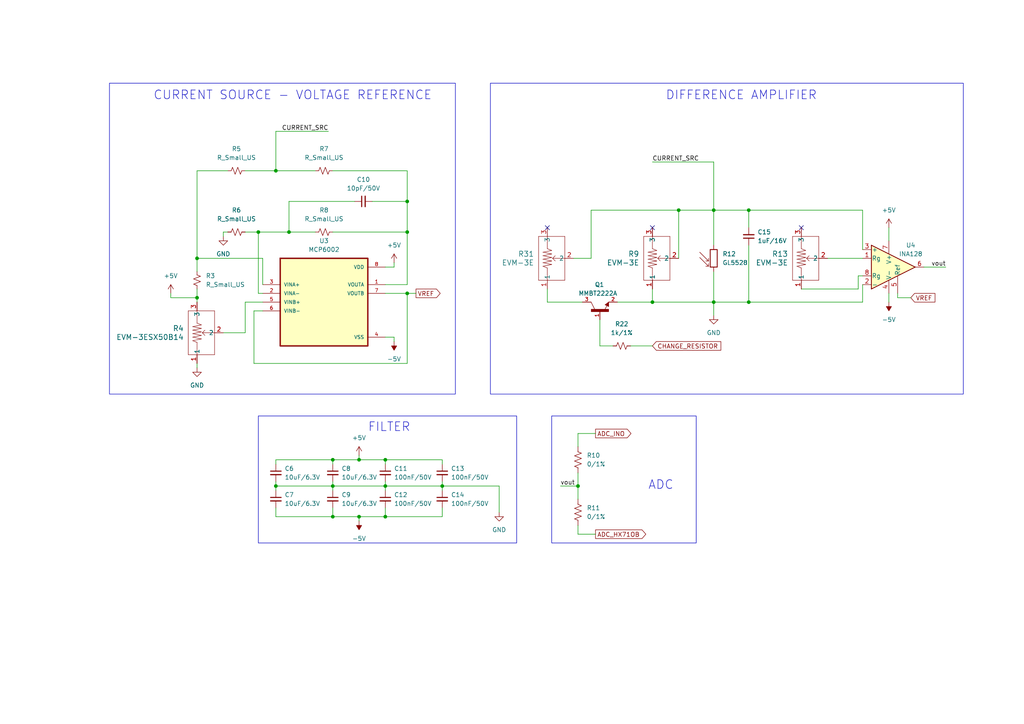
<source format=kicad_sch>
(kicad_sch (version 20230121) (generator eeschema)

  (uuid 3f80b9a8-8a28-4bf7-8a93-41e43afc200a)

  (paper "A4")

  (lib_symbols
    (symbol "Amplifier_Instrumentation:INA128" (pin_names (offset 0.127)) (in_bom yes) (on_board yes)
      (property "Reference" "U" (at 3.81 3.175 0)
        (effects (font (size 1.27 1.27)) (justify left))
      )
      (property "Value" "INA128" (at 3.81 -3.175 0)
        (effects (font (size 1.27 1.27)) (justify left))
      )
      (property "Footprint" "" (at 2.54 0 0)
        (effects (font (size 1.27 1.27)) hide)
      )
      (property "Datasheet" "http://www.ti.com/lit/ds/symlink/ina128.pdf" (at 2.54 0 0)
        (effects (font (size 1.27 1.27)) hide)
      )
      (property "ki_keywords" "instrumentation opamp" (at 0 0 0)
        (effects (font (size 1.27 1.27)) hide)
      )
      (property "ki_description" "Precision, Low Power Instrumentation Amplifier G = 1 + 50kOhm/Rg, DIP-8/SOIC-8" (at 0 0 0)
        (effects (font (size 1.27 1.27)) hide)
      )
      (property "ki_fp_filters" "DIP*W7.62mm* SOIC*P1.27mm*" (at 0 0 0)
        (effects (font (size 1.27 1.27)) hide)
      )
      (symbol "INA128_0_1"
        (polyline
          (pts
            (xy 7.62 0)
            (xy -5.08 6.35)
            (xy -5.08 -6.35)
            (xy 7.62 0)
          )
          (stroke (width 0.254) (type default))
          (fill (type background))
        )
      )
      (symbol "INA128_1_1"
        (pin passive line (at -7.62 2.54 0) (length 2.54)
          (name "Rg" (effects (font (size 1.27 1.27))))
          (number "1" (effects (font (size 1.27 1.27))))
        )
        (pin input line (at -7.62 -5.08 0) (length 2.54)
          (name "-" (effects (font (size 1.27 1.27))))
          (number "2" (effects (font (size 1.27 1.27))))
        )
        (pin input line (at -7.62 5.08 0) (length 2.54)
          (name "+" (effects (font (size 1.27 1.27))))
          (number "3" (effects (font (size 1.27 1.27))))
        )
        (pin power_in line (at 0 -7.62 90) (length 3.81)
          (name "V-" (effects (font (size 1.27 1.27))))
          (number "4" (effects (font (size 1.27 1.27))))
        )
        (pin input line (at 2.54 -7.62 90) (length 5.08)
          (name "Ref" (effects (font (size 1.27 1.27))))
          (number "5" (effects (font (size 1.27 1.27))))
        )
        (pin output line (at 10.16 0 180) (length 2.54)
          (name "~" (effects (font (size 1.27 1.27))))
          (number "6" (effects (font (size 1.27 1.27))))
        )
        (pin power_in line (at 0 7.62 270) (length 3.81)
          (name "V+" (effects (font (size 1.27 1.27))))
          (number "7" (effects (font (size 1.27 1.27))))
        )
        (pin passive line (at -7.62 -2.54 0) (length 2.54)
          (name "Rg" (effects (font (size 1.27 1.27))))
          (number "8" (effects (font (size 1.27 1.27))))
        )
      )
    )
    (symbol "Device:C_Small" (pin_numbers hide) (pin_names (offset 0.254) hide) (in_bom yes) (on_board yes)
      (property "Reference" "C" (at 0.254 1.778 0)
        (effects (font (size 1.27 1.27)) (justify left))
      )
      (property "Value" "C_Small" (at 0.254 -2.032 0)
        (effects (font (size 1.27 1.27)) (justify left))
      )
      (property "Footprint" "" (at 0 0 0)
        (effects (font (size 1.27 1.27)) hide)
      )
      (property "Datasheet" "~" (at 0 0 0)
        (effects (font (size 1.27 1.27)) hide)
      )
      (property "ki_keywords" "capacitor cap" (at 0 0 0)
        (effects (font (size 1.27 1.27)) hide)
      )
      (property "ki_description" "Unpolarized capacitor, small symbol" (at 0 0 0)
        (effects (font (size 1.27 1.27)) hide)
      )
      (property "ki_fp_filters" "C_*" (at 0 0 0)
        (effects (font (size 1.27 1.27)) hide)
      )
      (symbol "C_Small_0_1"
        (polyline
          (pts
            (xy -1.524 -0.508)
            (xy 1.524 -0.508)
          )
          (stroke (width 0.3302) (type default))
          (fill (type none))
        )
        (polyline
          (pts
            (xy -1.524 0.508)
            (xy 1.524 0.508)
          )
          (stroke (width 0.3048) (type default))
          (fill (type none))
        )
      )
      (symbol "C_Small_1_1"
        (pin passive line (at 0 2.54 270) (length 2.032)
          (name "~" (effects (font (size 1.27 1.27))))
          (number "1" (effects (font (size 1.27 1.27))))
        )
        (pin passive line (at 0 -2.54 90) (length 2.032)
          (name "~" (effects (font (size 1.27 1.27))))
          (number "2" (effects (font (size 1.27 1.27))))
        )
      )
    )
    (symbol "Device:R_Small_US" (pin_numbers hide) (pin_names (offset 0.254) hide) (in_bom yes) (on_board yes)
      (property "Reference" "R" (at 0.762 0.508 0)
        (effects (font (size 1.27 1.27)) (justify left))
      )
      (property "Value" "R_Small_US" (at 0.762 -1.016 0)
        (effects (font (size 1.27 1.27)) (justify left))
      )
      (property "Footprint" "" (at 0 0 0)
        (effects (font (size 1.27 1.27)) hide)
      )
      (property "Datasheet" "~" (at 0 0 0)
        (effects (font (size 1.27 1.27)) hide)
      )
      (property "ki_keywords" "r resistor" (at 0 0 0)
        (effects (font (size 1.27 1.27)) hide)
      )
      (property "ki_description" "Resistor, small US symbol" (at 0 0 0)
        (effects (font (size 1.27 1.27)) hide)
      )
      (property "ki_fp_filters" "R_*" (at 0 0 0)
        (effects (font (size 1.27 1.27)) hide)
      )
      (symbol "R_Small_US_1_1"
        (polyline
          (pts
            (xy 0 0)
            (xy 1.016 -0.381)
            (xy 0 -0.762)
            (xy -1.016 -1.143)
            (xy 0 -1.524)
          )
          (stroke (width 0) (type default))
          (fill (type none))
        )
        (polyline
          (pts
            (xy 0 1.524)
            (xy 1.016 1.143)
            (xy 0 0.762)
            (xy -1.016 0.381)
            (xy 0 0)
          )
          (stroke (width 0) (type default))
          (fill (type none))
        )
        (pin passive line (at 0 2.54 270) (length 1.016)
          (name "~" (effects (font (size 1.27 1.27))))
          (number "1" (effects (font (size 1.27 1.27))))
        )
        (pin passive line (at 0 -2.54 90) (length 1.016)
          (name "~" (effects (font (size 1.27 1.27))))
          (number "2" (effects (font (size 1.27 1.27))))
        )
      )
    )
    (symbol "Device:R_US" (pin_numbers hide) (pin_names (offset 0)) (in_bom yes) (on_board yes)
      (property "Reference" "R" (at 2.54 0 90)
        (effects (font (size 1.27 1.27)))
      )
      (property "Value" "R_US" (at -2.54 0 90)
        (effects (font (size 1.27 1.27)))
      )
      (property "Footprint" "" (at 1.016 -0.254 90)
        (effects (font (size 1.27 1.27)) hide)
      )
      (property "Datasheet" "~" (at 0 0 0)
        (effects (font (size 1.27 1.27)) hide)
      )
      (property "ki_keywords" "R res resistor" (at 0 0 0)
        (effects (font (size 1.27 1.27)) hide)
      )
      (property "ki_description" "Resistor, US symbol" (at 0 0 0)
        (effects (font (size 1.27 1.27)) hide)
      )
      (property "ki_fp_filters" "R_*" (at 0 0 0)
        (effects (font (size 1.27 1.27)) hide)
      )
      (symbol "R_US_0_1"
        (polyline
          (pts
            (xy 0 -2.286)
            (xy 0 -2.54)
          )
          (stroke (width 0) (type default))
          (fill (type none))
        )
        (polyline
          (pts
            (xy 0 2.286)
            (xy 0 2.54)
          )
          (stroke (width 0) (type default))
          (fill (type none))
        )
        (polyline
          (pts
            (xy 0 -0.762)
            (xy 1.016 -1.143)
            (xy 0 -1.524)
            (xy -1.016 -1.905)
            (xy 0 -2.286)
          )
          (stroke (width 0) (type default))
          (fill (type none))
        )
        (polyline
          (pts
            (xy 0 0.762)
            (xy 1.016 0.381)
            (xy 0 0)
            (xy -1.016 -0.381)
            (xy 0 -0.762)
          )
          (stroke (width 0) (type default))
          (fill (type none))
        )
        (polyline
          (pts
            (xy 0 2.286)
            (xy 1.016 1.905)
            (xy 0 1.524)
            (xy -1.016 1.143)
            (xy 0 0.762)
          )
          (stroke (width 0) (type default))
          (fill (type none))
        )
      )
      (symbol "R_US_1_1"
        (pin passive line (at 0 3.81 270) (length 1.27)
          (name "~" (effects (font (size 1.27 1.27))))
          (number "1" (effects (font (size 1.27 1.27))))
        )
        (pin passive line (at 0 -3.81 90) (length 1.27)
          (name "~" (effects (font (size 1.27 1.27))))
          (number "2" (effects (font (size 1.27 1.27))))
        )
      )
    )
    (symbol "EVM-3ESX50B14:EVM-3ESX50B14" (pin_names (offset 0.254)) (in_bom yes) (on_board yes)
      (property "Reference" "R" (at 20.32 10.16 0)
        (effects (font (size 1.524 1.524)))
      )
      (property "Value" "EVM-3ESX50B14" (at 20.32 7.62 0)
        (effects (font (size 1.524 1.524)))
      )
      (property "Footprint" "ul_EVM-3ESX50B14:EVM-3ESX50B14_PAN" (at 34.29 -7.62 0)
        (effects (font (size 1.27 1.27) italic) hide)
      )
      (property "Datasheet" "EVM-3ESX50B14" (at 34.29 -7.62 0)
        (effects (font (size 1.27 1.27) italic) hide)
      )
      (property "URL" "" (at 0 0 0)
        (effects (font (size 1.27 1.27)) hide)
      )
      (property "ki_keywords" "EVM-3ESX50B14" (at 0 0 0)
        (effects (font (size 1.27 1.27)) hide)
      )
      (property "ki_fp_filters" "EVM-3ESX50B14_PAN" (at 0 0 0)
        (effects (font (size 1.27 1.27)) hide)
      )
      (symbol "EVM-3ESX50B14_0_1"
        (polyline
          (pts
            (xy 13.97 -5.08)
            (xy 26.67 -5.08)
          )
          (stroke (width 0.127) (type default))
          (fill (type none))
        )
        (polyline
          (pts
            (xy 13.97 0)
            (xy 17.526 0)
          )
          (stroke (width 0.127) (type default))
          (fill (type none))
        )
        (polyline
          (pts
            (xy 13.97 2.54)
            (xy 13.97 -5.08)
          )
          (stroke (width 0.127) (type default))
          (fill (type none))
        )
        (polyline
          (pts
            (xy 17.526 0)
            (xy 18.034 1.27)
          )
          (stroke (width 0.127) (type default))
          (fill (type none))
        )
        (polyline
          (pts
            (xy 18.034 1.27)
            (xy 18.542 -1.27)
          )
          (stroke (width 0.127) (type default))
          (fill (type none))
        )
        (polyline
          (pts
            (xy 18.542 -1.27)
            (xy 19.05 1.27)
          )
          (stroke (width 0.127) (type default))
          (fill (type none))
        )
        (polyline
          (pts
            (xy 19.05 1.27)
            (xy 19.558 -1.27)
          )
          (stroke (width 0.127) (type default))
          (fill (type none))
        )
        (polyline
          (pts
            (xy 19.558 -1.27)
            (xy 20.066 1.27)
          )
          (stroke (width 0.127) (type default))
          (fill (type none))
        )
        (polyline
          (pts
            (xy 20.066 1.27)
            (xy 20.574 -1.27)
          )
          (stroke (width 0.127) (type default))
          (fill (type none))
        )
        (polyline
          (pts
            (xy 20.32 -1.524)
            (xy 19.558 -2.286)
          )
          (stroke (width 0.127) (type default))
          (fill (type none))
        )
        (polyline
          (pts
            (xy 20.32 -1.524)
            (xy 20.32 -5.08)
          )
          (stroke (width 0.127) (type default))
          (fill (type none))
        )
        (polyline
          (pts
            (xy 20.32 -1.524)
            (xy 21.082 -2.286)
          )
          (stroke (width 0.127) (type default))
          (fill (type none))
        )
        (polyline
          (pts
            (xy 20.574 -1.27)
            (xy 21.082 1.27)
          )
          (stroke (width 0.127) (type default))
          (fill (type none))
        )
        (polyline
          (pts
            (xy 21.082 1.27)
            (xy 21.59 -1.27)
          )
          (stroke (width 0.127) (type default))
          (fill (type none))
        )
        (polyline
          (pts
            (xy 21.59 -1.27)
            (xy 22.098 1.27)
          )
          (stroke (width 0.127) (type default))
          (fill (type none))
        )
        (polyline
          (pts
            (xy 22.098 1.27)
            (xy 22.606 -1.27)
          )
          (stroke (width 0.127) (type default))
          (fill (type none))
        )
        (polyline
          (pts
            (xy 22.606 -1.27)
            (xy 23.114 0)
          )
          (stroke (width 0.127) (type default))
          (fill (type none))
        )
        (polyline
          (pts
            (xy 23.114 0)
            (xy 26.67 0)
          )
          (stroke (width 0.127) (type default))
          (fill (type none))
        )
        (polyline
          (pts
            (xy 26.67 -5.08)
            (xy 26.67 2.54)
          )
          (stroke (width 0.127) (type default))
          (fill (type none))
        )
        (polyline
          (pts
            (xy 26.67 2.54)
            (xy 13.97 2.54)
          )
          (stroke (width 0.127) (type default))
          (fill (type none))
        )
      )
      (symbol "EVM-3ESX50B14_1_1"
        (pin unspecified line (at 11.43 0 0) (length 2.54)
          (name "1" (effects (font (size 1.27 1.27))))
          (number "1" (effects (font (size 1.27 1.27))))
        )
        (pin unspecified line (at 20.32 -7.62 90) (length 2.54)
          (name "2" (effects (font (size 1.27 1.27))))
          (number "2" (effects (font (size 1.27 1.27))))
        )
        (pin unspecified line (at 29.21 0 180) (length 2.54)
          (name "3" (effects (font (size 1.27 1.27))))
          (number "3" (effects (font (size 1.27 1.27))))
        )
      )
    )
    (symbol "EVM-3ESX50B14_1" (pin_names (offset 0.254)) (in_bom yes) (on_board yes)
      (property "Reference" "R21" (at 21.59 3.81 90)
        (effects (font (size 1.524 1.524)) (justify left))
      )
      (property "Value" "EVM-3ESX50B14" (at 19.05 3.81 90)
        (effects (font (size 1.524 1.524)) (justify left))
      )
      (property "Footprint" "ul_EVM-3ESX50B14:EVM-3ESX50B14_PAN" (at 34.29 -7.62 0)
        (effects (font (size 1.27 1.27) italic) hide)
      )
      (property "Datasheet" "EVM-3ESX50B14" (at 34.29 -7.62 0)
        (effects (font (size 1.27 1.27) italic) hide)
      )
      (property "URL" "" (at 0 0 0)
        (effects (font (size 1.27 1.27)) hide)
      )
      (property "ki_keywords" "EVM-3ESX50B14" (at 0 0 0)
        (effects (font (size 1.27 1.27)) hide)
      )
      (property "ki_fp_filters" "EVM-3ESX50B14_PAN" (at 0 0 0)
        (effects (font (size 1.27 1.27)) hide)
      )
      (symbol "EVM-3ESX50B14_1_0_1"
        (polyline
          (pts
            (xy 13.97 -5.08)
            (xy 26.67 -5.08)
          )
          (stroke (width 0.127) (type default))
          (fill (type none))
        )
        (polyline
          (pts
            (xy 13.97 0)
            (xy 17.526 0)
          )
          (stroke (width 0.127) (type default))
          (fill (type none))
        )
        (polyline
          (pts
            (xy 13.97 2.54)
            (xy 13.97 -5.08)
          )
          (stroke (width 0.127) (type default))
          (fill (type none))
        )
        (polyline
          (pts
            (xy 17.526 0)
            (xy 18.034 1.27)
          )
          (stroke (width 0.127) (type default))
          (fill (type none))
        )
        (polyline
          (pts
            (xy 18.034 1.27)
            (xy 18.542 -1.27)
          )
          (stroke (width 0.127) (type default))
          (fill (type none))
        )
        (polyline
          (pts
            (xy 18.542 -1.27)
            (xy 19.05 1.27)
          )
          (stroke (width 0.127) (type default))
          (fill (type none))
        )
        (polyline
          (pts
            (xy 19.05 1.27)
            (xy 19.558 -1.27)
          )
          (stroke (width 0.127) (type default))
          (fill (type none))
        )
        (polyline
          (pts
            (xy 19.558 -1.27)
            (xy 20.066 1.27)
          )
          (stroke (width 0.127) (type default))
          (fill (type none))
        )
        (polyline
          (pts
            (xy 20.066 1.27)
            (xy 20.574 -1.27)
          )
          (stroke (width 0.127) (type default))
          (fill (type none))
        )
        (polyline
          (pts
            (xy 20.32 -1.524)
            (xy 19.558 -2.286)
          )
          (stroke (width 0.127) (type default))
          (fill (type none))
        )
        (polyline
          (pts
            (xy 20.32 -1.524)
            (xy 20.32 -5.08)
          )
          (stroke (width 0.127) (type default))
          (fill (type none))
        )
        (polyline
          (pts
            (xy 20.32 -1.524)
            (xy 21.082 -2.286)
          )
          (stroke (width 0.127) (type default))
          (fill (type none))
        )
        (polyline
          (pts
            (xy 20.574 -1.27)
            (xy 21.082 1.27)
          )
          (stroke (width 0.127) (type default))
          (fill (type none))
        )
        (polyline
          (pts
            (xy 21.082 1.27)
            (xy 21.59 -1.27)
          )
          (stroke (width 0.127) (type default))
          (fill (type none))
        )
        (polyline
          (pts
            (xy 21.59 -1.27)
            (xy 22.098 1.27)
          )
          (stroke (width 0.127) (type default))
          (fill (type none))
        )
        (polyline
          (pts
            (xy 22.098 1.27)
            (xy 22.606 -1.27)
          )
          (stroke (width 0.127) (type default))
          (fill (type none))
        )
        (polyline
          (pts
            (xy 22.606 -1.27)
            (xy 23.114 0)
          )
          (stroke (width 0.127) (type default))
          (fill (type none))
        )
        (polyline
          (pts
            (xy 23.114 0)
            (xy 26.67 0)
          )
          (stroke (width 0.127) (type default))
          (fill (type none))
        )
        (polyline
          (pts
            (xy 26.67 -5.08)
            (xy 26.67 2.54)
          )
          (stroke (width 0.127) (type default))
          (fill (type none))
        )
        (polyline
          (pts
            (xy 26.67 2.54)
            (xy 13.97 2.54)
          )
          (stroke (width 0.127) (type default))
          (fill (type none))
        )
      )
      (symbol "EVM-3ESX50B14_1_1_1"
        (pin unspecified line (at 11.43 0 0) (length 2.54)
          (name "1" (effects (font (size 1.27 1.27))))
          (number "1" (effects (font (size 1.27 1.27))))
        )
        (pin unspecified line (at 20.32 -7.62 90) (length 2.54)
          (name "2" (effects (font (size 1.27 1.27))))
          (number "2" (effects (font (size 1.27 1.27))))
        )
        (pin unspecified line (at 29.21 0 180) (length 2.54)
          (name "3" (effects (font (size 1.27 1.27))))
          (number "3" (effects (font (size 1.27 1.27))))
        )
      )
    )
    (symbol "MCP6002:MCP6002" (pin_names (offset 1.016)) (in_bom yes) (on_board yes)
      (property "Reference" "U" (at -12.7 13.7 0)
        (effects (font (size 1.27 1.27)) (justify left bottom))
      )
      (property "Value" "MCP6002" (at -12.7 -16.7 0)
        (effects (font (size 1.27 1.27)) (justify left bottom))
      )
      (property "Footprint" "MCP6002-I_P:DIP787W46P254L927H533Q8" (at 0 0 0)
        (effects (font (size 1.27 1.27)) (justify bottom) hide)
      )
      (property "Datasheet" "" (at 0 0 0)
        (effects (font (size 1.27 1.27)) hide)
      )
      (property "MF" "Microchip" (at 0 0 0)
        (effects (font (size 1.27 1.27)) (justify bottom) hide)
      )
      (property "Description" "\nMicrochip ,Dual Op Amp,1MHz CMOS,Rail to Rail,3V,5V,8-Pin PDIP | Microchip Technology Inc. MCP6002-I/P\n" (at 0 0 0)
        (effects (font (size 1.27 1.27)) (justify bottom) hide)
      )
      (property "Package" "DIP-8 Microchip" (at 0 0 0)
        (effects (font (size 1.27 1.27)) (justify bottom) hide)
      )
      (property "Price" "None" (at 0 0 0)
        (effects (font (size 1.27 1.27)) (justify bottom) hide)
      )
      (property "SnapEDA_Link" "https://www.snapeda.com/parts/MCP6002-I/P/Microchip/view-part/?ref=snap" (at 0 0 0)
        (effects (font (size 1.27 1.27)) (justify bottom) hide)
      )
      (property "MP" "MCP6002-I/P" (at 0 0 0)
        (effects (font (size 1.27 1.27)) (justify bottom) hide)
      )
      (property "Purchase-URL" "https://www.snapeda.com/api/url_track_click_mouser/?unipart_id=235723&manufacturer=Microchip&part_name=MCP6002-I/P&search_term=None" (at 0 0 0)
        (effects (font (size 1.27 1.27)) (justify bottom) hide)
      )
      (property "Availability" "In Stock" (at 0 0 0)
        (effects (font (size 1.27 1.27)) (justify bottom) hide)
      )
      (property "Check_prices" "https://www.snapeda.com/parts/MCP6002-I/P/Microchip/view-part/?ref=eda" (at 0 0 0)
        (effects (font (size 1.27 1.27)) (justify bottom) hide)
      )
      (symbol "MCP6002_0_0"
        (rectangle (start -12.7 -12.7) (end 12.7 12.7)
          (stroke (width 0.41) (type default))
          (fill (type background))
        )
        (pin output line (at 17.78 5.08 180) (length 5.08)
          (name "VOUTA" (effects (font (size 1.016 1.016))))
          (number "1" (effects (font (size 1.016 1.016))))
        )
        (pin input line (at -17.78 2.54 0) (length 5.08)
          (name "VINA-" (effects (font (size 1.016 1.016))))
          (number "2" (effects (font (size 1.016 1.016))))
        )
        (pin input line (at -17.78 5.08 0) (length 5.08)
          (name "VINA+" (effects (font (size 1.016 1.016))))
          (number "3" (effects (font (size 1.016 1.016))))
        )
        (pin power_in line (at 17.78 -10.16 180) (length 5.08)
          (name "VSS" (effects (font (size 1.016 1.016))))
          (number "4" (effects (font (size 1.016 1.016))))
        )
        (pin input line (at -17.78 0 0) (length 5.08)
          (name "VINB+" (effects (font (size 1.016 1.016))))
          (number "5" (effects (font (size 1.016 1.016))))
        )
        (pin input line (at -17.78 -2.54 0) (length 5.08)
          (name "VINB-" (effects (font (size 1.016 1.016))))
          (number "6" (effects (font (size 1.016 1.016))))
        )
        (pin output line (at 17.78 2.54 180) (length 5.08)
          (name "VOUTB" (effects (font (size 1.016 1.016))))
          (number "7" (effects (font (size 1.016 1.016))))
        )
        (pin power_in line (at 17.78 10.16 180) (length 5.08)
          (name "VDD" (effects (font (size 1.016 1.016))))
          (number "8" (effects (font (size 1.016 1.016))))
        )
      )
    )
    (symbol "MMBT2222A:MMBT2222A" (pin_names (offset 1.016)) (in_bom yes) (on_board yes)
      (property "Reference" "Q" (at -10.1729 7.6297 0)
        (effects (font (size 1.27 1.27)) (justify left bottom))
      )
      (property "Value" "MMBT2222A" (at -10.1683 5.0841 0)
        (effects (font (size 1.27 1.27)) (justify left bottom))
      )
      (property "Footprint" "" (at 0 0 0)
        (effects (font (size 1.27 1.27)) (justify bottom) hide)
      )
      (property "Datasheet" "" (at 0 0 0)
        (effects (font (size 1.27 1.27)) hide)
      )
      (property "DIGIKEY" "" (at 0 0 0)
        (effects (font (size 1.27 1.27)) (justify bottom) hide)
      )
      (property "ELEMENT14" "" (at 0 0 0)
        (effects (font (size 1.27 1.27)) (justify bottom) hide)
      )
      (symbol "MMBT2222A_0_0"
        (rectangle (start -0.2545 -2.5449) (end 0.508 2.54)
          (stroke (width 0.1) (type default))
          (fill (type outline))
        )
        (polyline
          (pts
            (xy 1.27 -2.54)
            (xy 1.778 -1.524)
          )
          (stroke (width 0.1524) (type default))
          (fill (type none))
        )
        (polyline
          (pts
            (xy 1.524 -2.413)
            (xy 2.286 -2.413)
          )
          (stroke (width 0.254) (type default))
          (fill (type none))
        )
        (polyline
          (pts
            (xy 1.524 -2.286)
            (xy 1.905 -2.286)
          )
          (stroke (width 0.254) (type default))
          (fill (type none))
        )
        (polyline
          (pts
            (xy 1.54 -2.04)
            (xy 0.308 -1.424)
          )
          (stroke (width 0.1524) (type default))
          (fill (type none))
        )
        (polyline
          (pts
            (xy 1.778 -1.778)
            (xy 1.524 -2.286)
          )
          (stroke (width 0.254) (type default))
          (fill (type none))
        )
        (polyline
          (pts
            (xy 1.778 -1.524)
            (xy 2.54 -2.54)
          )
          (stroke (width 0.1524) (type default))
          (fill (type none))
        )
        (polyline
          (pts
            (xy 1.905 -2.286)
            (xy 1.778 -2.032)
          )
          (stroke (width 0.254) (type default))
          (fill (type none))
        )
        (polyline
          (pts
            (xy 2.286 -2.413)
            (xy 1.778 -1.778)
          )
          (stroke (width 0.254) (type default))
          (fill (type none))
        )
        (polyline
          (pts
            (xy 2.54 -2.54)
            (xy 1.27 -2.54)
          )
          (stroke (width 0.1524) (type default))
          (fill (type none))
        )
        (polyline
          (pts
            (xy 2.54 2.54)
            (xy 0.508 1.524)
          )
          (stroke (width 0.1524) (type default))
          (fill (type none))
        )
        (pin passive line (at -2.54 0 0) (length 2.54)
          (name "~" (effects (font (size 1.016 1.016))))
          (number "1" (effects (font (size 1.016 1.016))))
        )
        (pin passive line (at 2.54 -5.08 90) (length 2.54)
          (name "~" (effects (font (size 1.016 1.016))))
          (number "2" (effects (font (size 1.016 1.016))))
        )
        (pin passive line (at 2.54 5.08 270) (length 2.54)
          (name "~" (effects (font (size 1.016 1.016))))
          (number "3" (effects (font (size 1.016 1.016))))
        )
      )
    )
    (symbol "Sensor_Optical:A9013" (pin_numbers hide) (pin_names (offset 0)) (in_bom yes) (on_board yes)
      (property "Reference" "R" (at -5.08 0 90)
        (effects (font (size 1.27 1.27)))
      )
      (property "Value" "A9013" (at 1.905 0 90)
        (effects (font (size 1.27 1.27)) (justify top))
      )
      (property "Footprint" "OptoDevice:R_LDR_5.0x4.1mm_P3mm_Vertical" (at 4.445 0 90)
        (effects (font (size 1.27 1.27)) hide)
      )
      (property "Datasheet" "http://www.produktinfo.conrad.com/datenblaetter/125000-149999/145475-da-01-en-FOTOWIDERSTAND_A_9060_A_9013.pdf" (at 0 -1.27 0)
        (effects (font (size 1.27 1.27)) hide)
      )
      (property "ki_keywords" "light dependent photo resistor LDR" (at 0 0 0)
        (effects (font (size 1.27 1.27)) hide)
      )
      (property "ki_description" "light dependent resistor" (at 0 0 0)
        (effects (font (size 1.27 1.27)) hide)
      )
      (property "ki_fp_filters" "R*LDR*5.0x4.1mm*P3mm*" (at 0 0 0)
        (effects (font (size 1.27 1.27)) hide)
      )
      (symbol "A9013_0_1"
        (rectangle (start -1.016 2.54) (end 1.016 -2.54)
          (stroke (width 0.254) (type default))
          (fill (type none))
        )
        (polyline
          (pts
            (xy -1.524 -2.286)
            (xy -4.064 0.254)
          )
          (stroke (width 0) (type default))
          (fill (type none))
        )
        (polyline
          (pts
            (xy -1.524 -2.286)
            (xy -2.286 -2.286)
          )
          (stroke (width 0) (type default))
          (fill (type none))
        )
        (polyline
          (pts
            (xy -1.524 -2.286)
            (xy -1.524 -1.524)
          )
          (stroke (width 0) (type default))
          (fill (type none))
        )
        (polyline
          (pts
            (xy -1.524 -0.762)
            (xy -4.064 1.778)
          )
          (stroke (width 0) (type default))
          (fill (type none))
        )
        (polyline
          (pts
            (xy -1.524 -0.762)
            (xy -2.286 -0.762)
          )
          (stroke (width 0) (type default))
          (fill (type none))
        )
        (polyline
          (pts
            (xy -1.524 -0.762)
            (xy -1.524 0)
          )
          (stroke (width 0) (type default))
          (fill (type none))
        )
      )
      (symbol "A9013_1_1"
        (pin passive line (at 0 3.81 270) (length 1.27)
          (name "~" (effects (font (size 1.27 1.27))))
          (number "1" (effects (font (size 1.27 1.27))))
        )
        (pin passive line (at 0 -3.81 90) (length 1.27)
          (name "~" (effects (font (size 1.27 1.27))))
          (number "2" (effects (font (size 1.27 1.27))))
        )
      )
    )
    (symbol "power:+5V" (power) (pin_names (offset 0)) (in_bom yes) (on_board yes)
      (property "Reference" "#PWR" (at 0 -3.81 0)
        (effects (font (size 1.27 1.27)) hide)
      )
      (property "Value" "+5V" (at 0 3.556 0)
        (effects (font (size 1.27 1.27)))
      )
      (property "Footprint" "" (at 0 0 0)
        (effects (font (size 1.27 1.27)) hide)
      )
      (property "Datasheet" "" (at 0 0 0)
        (effects (font (size 1.27 1.27)) hide)
      )
      (property "ki_keywords" "global power" (at 0 0 0)
        (effects (font (size 1.27 1.27)) hide)
      )
      (property "ki_description" "Power symbol creates a global label with name \"+5V\"" (at 0 0 0)
        (effects (font (size 1.27 1.27)) hide)
      )
      (symbol "+5V_0_1"
        (polyline
          (pts
            (xy -0.762 1.27)
            (xy 0 2.54)
          )
          (stroke (width 0) (type default))
          (fill (type none))
        )
        (polyline
          (pts
            (xy 0 0)
            (xy 0 2.54)
          )
          (stroke (width 0) (type default))
          (fill (type none))
        )
        (polyline
          (pts
            (xy 0 2.54)
            (xy 0.762 1.27)
          )
          (stroke (width 0) (type default))
          (fill (type none))
        )
      )
      (symbol "+5V_1_1"
        (pin power_in line (at 0 0 90) (length 0) hide
          (name "+5V" (effects (font (size 1.27 1.27))))
          (number "1" (effects (font (size 1.27 1.27))))
        )
      )
    )
    (symbol "power:-5V" (power) (pin_names (offset 0)) (in_bom yes) (on_board yes)
      (property "Reference" "#PWR" (at 0 2.54 0)
        (effects (font (size 1.27 1.27)) hide)
      )
      (property "Value" "-5V" (at 0 3.81 0)
        (effects (font (size 1.27 1.27)))
      )
      (property "Footprint" "" (at 0 0 0)
        (effects (font (size 1.27 1.27)) hide)
      )
      (property "Datasheet" "" (at 0 0 0)
        (effects (font (size 1.27 1.27)) hide)
      )
      (property "ki_keywords" "global power" (at 0 0 0)
        (effects (font (size 1.27 1.27)) hide)
      )
      (property "ki_description" "Power symbol creates a global label with name \"-5V\"" (at 0 0 0)
        (effects (font (size 1.27 1.27)) hide)
      )
      (symbol "-5V_0_0"
        (pin power_in line (at 0 0 90) (length 0) hide
          (name "-5V" (effects (font (size 1.27 1.27))))
          (number "1" (effects (font (size 1.27 1.27))))
        )
      )
      (symbol "-5V_0_1"
        (polyline
          (pts
            (xy 0 0)
            (xy 0 1.27)
            (xy 0.762 1.27)
            (xy 0 2.54)
            (xy -0.762 1.27)
            (xy 0 1.27)
          )
          (stroke (width 0) (type default))
          (fill (type outline))
        )
      )
    )
    (symbol "power:GND" (power) (pin_names (offset 0)) (in_bom yes) (on_board yes)
      (property "Reference" "#PWR" (at 0 -6.35 0)
        (effects (font (size 1.27 1.27)) hide)
      )
      (property "Value" "GND" (at 0 -3.81 0)
        (effects (font (size 1.27 1.27)))
      )
      (property "Footprint" "" (at 0 0 0)
        (effects (font (size 1.27 1.27)) hide)
      )
      (property "Datasheet" "" (at 0 0 0)
        (effects (font (size 1.27 1.27)) hide)
      )
      (property "ki_keywords" "global power" (at 0 0 0)
        (effects (font (size 1.27 1.27)) hide)
      )
      (property "ki_description" "Power symbol creates a global label with name \"GND\" , ground" (at 0 0 0)
        (effects (font (size 1.27 1.27)) hide)
      )
      (symbol "GND_0_1"
        (polyline
          (pts
            (xy 0 0)
            (xy 0 -1.27)
            (xy 1.27 -1.27)
            (xy 0 -2.54)
            (xy -1.27 -1.27)
            (xy 0 -1.27)
          )
          (stroke (width 0) (type default))
          (fill (type none))
        )
      )
      (symbol "GND_1_1"
        (pin power_in line (at 0 0 270) (length 0) hide
          (name "GND" (effects (font (size 1.27 1.27))))
          (number "1" (effects (font (size 1.27 1.27))))
        )
      )
    )
  )

  (junction (at 217.17 60.96) (diameter 0) (color 0 0 0 0)
    (uuid 0c8231ca-0eb9-4519-b60a-f07ac7fa85ca)
  )
  (junction (at 167.64 140.97) (diameter 0) (color 0 0 0 0)
    (uuid 243d6e42-c125-4fb8-802b-23c943dab1bc)
  )
  (junction (at 104.14 149.86) (diameter 0) (color 0 0 0 0)
    (uuid 258e7a05-9828-4a14-aa70-3c0691763ccb)
  )
  (junction (at 96.52 149.86) (diameter 0) (color 0 0 0 0)
    (uuid 2ec9e6ac-d97f-4e53-8343-b5986f37b2f9)
  )
  (junction (at 111.76 133.35) (diameter 0) (color 0 0 0 0)
    (uuid 4f0f6801-8fe4-441f-b26b-3bc6a90b5026)
  )
  (junction (at 118.11 67.31) (diameter 0) (color 0 0 0 0)
    (uuid 5490a4f9-f593-4fc0-a544-6ff23cec391b)
  )
  (junction (at 111.76 149.86) (diameter 0) (color 0 0 0 0)
    (uuid 550e4e87-15a1-4efd-9a88-093de42af48b)
  )
  (junction (at 217.17 87.63) (diameter 0) (color 0 0 0 0)
    (uuid 55602312-2ea7-4832-a485-b346b7dde900)
  )
  (junction (at 111.76 140.97) (diameter 0) (color 0 0 0 0)
    (uuid 613e2668-9b65-48bd-a99b-abf3c173d7ed)
  )
  (junction (at 118.11 85.09) (diameter 0) (color 0 0 0 0)
    (uuid 667c7f4d-5b74-4648-b3ce-80aa554100ac)
  )
  (junction (at 207.01 60.96) (diameter 0) (color 0 0 0 0)
    (uuid 7b1f9ac2-4d2f-4ef3-82f1-c1eca7798813)
  )
  (junction (at 189.23 87.63) (diameter 0) (color 0 0 0 0)
    (uuid 87ea9f37-2657-4751-a6ef-d5cc617bf807)
  )
  (junction (at 196.85 60.96) (diameter 0) (color 0 0 0 0)
    (uuid 8b02d715-9c7e-4f93-9da9-9bbf547cb68a)
  )
  (junction (at 80.01 49.53) (diameter 0) (color 0 0 0 0)
    (uuid 8ebcf3aa-d4ba-45df-a9e1-62332459e7fc)
  )
  (junction (at 74.93 67.31) (diameter 0) (color 0 0 0 0)
    (uuid ad9dd703-0fd1-422f-8705-c3e9ec02129c)
  )
  (junction (at 104.14 133.35) (diameter 0) (color 0 0 0 0)
    (uuid b57c8aed-6a2f-46ee-82eb-9053e9db7835)
  )
  (junction (at 96.52 140.97) (diameter 0) (color 0 0 0 0)
    (uuid c0bb2a1a-8fe5-4b6c-822f-5b1ca3d58228)
  )
  (junction (at 118.11 58.42) (diameter 0) (color 0 0 0 0)
    (uuid d7641807-27cf-4f44-861b-1967a8fed10d)
  )
  (junction (at 80.01 140.97) (diameter 0) (color 0 0 0 0)
    (uuid dd945a3d-190f-4f47-b642-1b49f71bfc46)
  )
  (junction (at 207.01 87.63) (diameter 0) (color 0 0 0 0)
    (uuid e59ddcd4-b875-4839-8444-5a41cccb0b3f)
  )
  (junction (at 128.27 140.97) (diameter 0) (color 0 0 0 0)
    (uuid e9722023-7aee-4c21-9b73-5eeb2af85380)
  )
  (junction (at 57.15 74.93) (diameter 0) (color 0 0 0 0)
    (uuid eb867634-31bc-4d9d-8590-3ecfac86ce13)
  )
  (junction (at 83.82 67.31) (diameter 0) (color 0 0 0 0)
    (uuid f72f0af7-ec0d-49be-9830-7eb9d7bc744a)
  )
  (junction (at 57.15 86.36) (diameter 0) (color 0 0 0 0)
    (uuid fbb54879-1e62-4ac9-8466-7f70b2a98727)
  )
  (junction (at 96.52 133.35) (diameter 0) (color 0 0 0 0)
    (uuid fdce3d9b-593c-493c-8358-d5d437c601ae)
  )

  (no_connect (at 189.23 66.04) (uuid 5c324ed6-4276-4d7e-bc3b-ded7f2d9c14f))
  (no_connect (at 232.41 66.04) (uuid 89243b46-6f0a-4494-b3da-b7d57a85fab8))
  (no_connect (at 158.75 66.04) (uuid ba0823df-3f15-476e-b616-ef06e8a94b0b))

  (wire (pts (xy 171.45 74.93) (xy 171.45 60.96))
    (stroke (width 0) (type default))
    (uuid 001d01d1-3073-444d-a89a-c41bb129689c)
  )
  (wire (pts (xy 111.76 133.35) (xy 128.27 133.35))
    (stroke (width 0) (type default))
    (uuid 05259180-6e5b-4f39-b418-7875888eafe7)
  )
  (wire (pts (xy 96.52 49.53) (xy 118.11 49.53))
    (stroke (width 0) (type default))
    (uuid 0859d9ec-d893-4b89-bd36-dc7d154ca9b5)
  )
  (wire (pts (xy 80.01 38.1) (xy 80.01 49.53))
    (stroke (width 0) (type default))
    (uuid 0a42550b-6e75-4267-8487-b6fa9d72c446)
  )
  (wire (pts (xy 257.81 85.09) (xy 257.81 87.63))
    (stroke (width 0) (type default))
    (uuid 0c1739aa-02c9-4069-a5cc-7e3e2bb27694)
  )
  (wire (pts (xy 64.77 67.31) (xy 64.77 68.58))
    (stroke (width 0) (type default))
    (uuid 0e311d45-e050-4e41-bcf4-f1e0f6e31115)
  )
  (wire (pts (xy 128.27 140.97) (xy 128.27 142.24))
    (stroke (width 0) (type default))
    (uuid 0f1d1a3f-36cf-4765-abdc-7a178e4be382)
  )
  (wire (pts (xy 76.2 74.93) (xy 76.2 82.55))
    (stroke (width 0) (type default))
    (uuid 0f6a6edf-9d20-4575-9a88-11c0450300ce)
  )
  (wire (pts (xy 49.53 85.09) (xy 49.53 86.36))
    (stroke (width 0) (type default))
    (uuid 11034863-ed6d-461d-bc58-61889dcf496e)
  )
  (wire (pts (xy 96.52 67.31) (xy 118.11 67.31))
    (stroke (width 0) (type default))
    (uuid 1293a1c9-bc23-4aad-8066-2f75efffffd7)
  )
  (wire (pts (xy 96.52 149.86) (xy 104.14 149.86))
    (stroke (width 0) (type default))
    (uuid 17b0fa45-6c1d-4e80-85d5-021e6f493f6a)
  )
  (wire (pts (xy 118.11 85.09) (xy 120.65 85.09))
    (stroke (width 0) (type default))
    (uuid 17be84c2-3df5-46e6-9dc6-f2d4a1e2b02a)
  )
  (wire (pts (xy 80.01 134.62) (xy 80.01 133.35))
    (stroke (width 0) (type default))
    (uuid 20544e38-6981-4480-b9bb-2bda1c84d357)
  )
  (wire (pts (xy 96.52 140.97) (xy 96.52 142.24))
    (stroke (width 0) (type default))
    (uuid 22da76a1-7546-4a6e-a48d-a3d7a6d18872)
  )
  (wire (pts (xy 172.72 125.73) (xy 167.64 125.73))
    (stroke (width 0) (type default))
    (uuid 29d9cf4e-246c-4069-a783-3bc6a323c49e)
  )
  (wire (pts (xy 189.23 87.63) (xy 207.01 87.63))
    (stroke (width 0) (type default))
    (uuid 2bb5b46e-b6fe-40bf-966f-d9c73cb9969c)
  )
  (wire (pts (xy 111.76 133.35) (xy 111.76 134.62))
    (stroke (width 0) (type default))
    (uuid 2d48bcf2-3b70-44ee-b869-37114e1a7722)
  )
  (wire (pts (xy 217.17 60.96) (xy 250.19 60.96))
    (stroke (width 0) (type default))
    (uuid 2f2799f1-854e-48c1-a4ff-24f412618b22)
  )
  (wire (pts (xy 96.52 147.32) (xy 96.52 149.86))
    (stroke (width 0) (type default))
    (uuid 3193f226-ead7-45f3-a5c7-e3abde0e388d)
  )
  (wire (pts (xy 207.01 46.99) (xy 207.01 60.96))
    (stroke (width 0) (type default))
    (uuid 31d09e86-e641-4cfb-8adc-16f6c39edc30)
  )
  (wire (pts (xy 80.01 49.53) (xy 91.44 49.53))
    (stroke (width 0) (type default))
    (uuid 3521f305-0375-44e7-a2b1-661e79f7b238)
  )
  (wire (pts (xy 274.32 77.47) (xy 267.97 77.47))
    (stroke (width 0) (type default))
    (uuid 378fc964-42a7-40f5-8ecf-585649149ec2)
  )
  (wire (pts (xy 76.2 85.09) (xy 74.93 85.09))
    (stroke (width 0) (type default))
    (uuid 3aabd8c8-d2cb-47b7-8af4-49d32c575a8b)
  )
  (wire (pts (xy 49.53 86.36) (xy 57.15 86.36))
    (stroke (width 0) (type default))
    (uuid 3c828ce2-0136-42f4-9a54-11beef05bc50)
  )
  (wire (pts (xy 57.15 74.93) (xy 76.2 74.93))
    (stroke (width 0) (type default))
    (uuid 415b3670-7947-4553-9ffa-a5a6a8d2535c)
  )
  (wire (pts (xy 128.27 149.86) (xy 128.27 147.32))
    (stroke (width 0) (type default))
    (uuid 429c91d7-364b-4b43-861b-83daa8e0f12a)
  )
  (wire (pts (xy 111.76 149.86) (xy 128.27 149.86))
    (stroke (width 0) (type default))
    (uuid 42da86ad-63e1-4946-8cec-4b72ce0f1948)
  )
  (wire (pts (xy 114.3 99.06) (xy 114.3 97.79))
    (stroke (width 0) (type default))
    (uuid 43925d8c-63b2-466e-a1e2-f88864347624)
  )
  (wire (pts (xy 167.64 125.73) (xy 167.64 129.54))
    (stroke (width 0) (type default))
    (uuid 43d1a47b-e5c3-4441-ac15-341cafcf74d4)
  )
  (wire (pts (xy 71.12 67.31) (xy 74.93 67.31))
    (stroke (width 0) (type default))
    (uuid 4442431a-fd8e-449f-af7d-ec6e39a7ae57)
  )
  (wire (pts (xy 173.99 100.33) (xy 173.99 92.71))
    (stroke (width 0) (type default))
    (uuid 44dac914-49d7-4a41-b10a-c01e7b4dbefc)
  )
  (wire (pts (xy 189.23 83.82) (xy 189.23 87.63))
    (stroke (width 0) (type default))
    (uuid 450f3c54-a276-4cbf-b8b4-b7a346a13f1e)
  )
  (wire (pts (xy 196.85 60.96) (xy 196.85 74.93))
    (stroke (width 0) (type default))
    (uuid 45843c7a-8467-4002-ad1f-fc31d1a632b1)
  )
  (wire (pts (xy 96.52 133.35) (xy 104.14 133.35))
    (stroke (width 0) (type default))
    (uuid 47fa59cc-724c-47ca-92ab-7fb60ab5f4b4)
  )
  (wire (pts (xy 128.27 133.35) (xy 128.27 134.62))
    (stroke (width 0) (type default))
    (uuid 51b67cea-12cc-46df-85a7-f5e1ad8ce67b)
  )
  (wire (pts (xy 166.37 74.93) (xy 171.45 74.93))
    (stroke (width 0) (type default))
    (uuid 5521cef7-5a12-4f29-b56e-172c0e730461)
  )
  (wire (pts (xy 118.11 58.42) (xy 118.11 67.31))
    (stroke (width 0) (type default))
    (uuid 5939ae45-2159-4a82-adf3-47c817a556fb)
  )
  (wire (pts (xy 57.15 86.36) (xy 57.15 87.63))
    (stroke (width 0) (type default))
    (uuid 5a0b1a31-fafd-4e9d-830d-68f117e500fd)
  )
  (wire (pts (xy 57.15 49.53) (xy 66.04 49.53))
    (stroke (width 0) (type default))
    (uuid 5b08cd5c-a50f-4baf-b2ad-5f471e475d59)
  )
  (wire (pts (xy 71.12 87.63) (xy 76.2 87.63))
    (stroke (width 0) (type default))
    (uuid 5c6fce1b-57a0-47b9-be4a-9e7069d51bf1)
  )
  (wire (pts (xy 118.11 49.53) (xy 118.11 58.42))
    (stroke (width 0) (type default))
    (uuid 5ce23895-4c85-4748-8b2a-33d1d015c2b5)
  )
  (wire (pts (xy 158.75 83.82) (xy 158.75 87.63))
    (stroke (width 0) (type default))
    (uuid 5deda9b6-b7d7-4e97-9ee6-7560b3d7f81c)
  )
  (wire (pts (xy 179.07 87.63) (xy 189.23 87.63))
    (stroke (width 0) (type default))
    (uuid 5f967e3c-3b0c-4c8f-8d49-a613537dce7d)
  )
  (wire (pts (xy 64.77 67.31) (xy 66.04 67.31))
    (stroke (width 0) (type default))
    (uuid 5f9c56aa-b0be-49c4-8cca-7532786938a7)
  )
  (wire (pts (xy 80.01 139.7) (xy 80.01 140.97))
    (stroke (width 0) (type default))
    (uuid 61dac90d-c5c5-4a3a-b62f-af4d12cba937)
  )
  (wire (pts (xy 207.01 87.63) (xy 217.17 87.63))
    (stroke (width 0) (type default))
    (uuid 6259eafc-e5c3-45c8-903a-37ec4e37b251)
  )
  (wire (pts (xy 104.14 149.86) (xy 104.14 151.13))
    (stroke (width 0) (type default))
    (uuid 6267870d-fc84-4ee5-bb86-f24214b67c90)
  )
  (wire (pts (xy 74.93 67.31) (xy 83.82 67.31))
    (stroke (width 0) (type default))
    (uuid 62769bc9-932d-417d-94fc-034c5965c03b)
  )
  (wire (pts (xy 76.2 90.17) (xy 73.66 90.17))
    (stroke (width 0) (type default))
    (uuid 646d97ce-6e21-48c0-a455-84218a90f44b)
  )
  (wire (pts (xy 104.14 149.86) (xy 111.76 149.86))
    (stroke (width 0) (type default))
    (uuid 687f0cd3-a999-4672-a316-f7c13b6556f1)
  )
  (wire (pts (xy 83.82 58.42) (xy 83.82 67.31))
    (stroke (width 0) (type default))
    (uuid 68fb208a-7858-4292-a8ab-781105b4f292)
  )
  (wire (pts (xy 177.8 100.33) (xy 173.99 100.33))
    (stroke (width 0) (type default))
    (uuid 6be5c061-6c51-4217-857f-3780228b19f0)
  )
  (wire (pts (xy 172.72 154.94) (xy 167.64 154.94))
    (stroke (width 0) (type default))
    (uuid 6fe678c9-7f2f-4f9f-b00b-b3ee896a06cd)
  )
  (wire (pts (xy 144.78 140.97) (xy 128.27 140.97))
    (stroke (width 0) (type default))
    (uuid 7193f980-8e97-46d8-b7ff-80eaf3f3bd5b)
  )
  (wire (pts (xy 196.85 60.96) (xy 207.01 60.96))
    (stroke (width 0) (type default))
    (uuid 73851a84-664b-4cf3-a5af-460efe68356f)
  )
  (wire (pts (xy 217.17 71.12) (xy 217.17 87.63))
    (stroke (width 0) (type default))
    (uuid 7646511e-8867-4a17-880b-018a7c3a3a8c)
  )
  (wire (pts (xy 114.3 97.79) (xy 111.76 97.79))
    (stroke (width 0) (type default))
    (uuid 789fceeb-9d4c-4c1b-a47b-801b2c7526b3)
  )
  (wire (pts (xy 232.41 83.82) (xy 248.92 83.82))
    (stroke (width 0) (type default))
    (uuid 78aaa03f-cc6f-4ea4-a3c1-99613ffb5355)
  )
  (wire (pts (xy 217.17 60.96) (xy 217.17 66.04))
    (stroke (width 0) (type default))
    (uuid 8247cc09-478b-4df6-acc8-157ddbb3b673)
  )
  (wire (pts (xy 118.11 105.41) (xy 118.11 85.09))
    (stroke (width 0) (type default))
    (uuid 864a2d61-996b-46d0-86e8-d4f731f31d98)
  )
  (wire (pts (xy 207.01 87.63) (xy 207.01 91.44))
    (stroke (width 0) (type default))
    (uuid 87a601f7-debe-4a3a-947e-69fc6a649aaf)
  )
  (wire (pts (xy 118.11 67.31) (xy 118.11 82.55))
    (stroke (width 0) (type default))
    (uuid 88fd0897-ac8b-4c17-94d7-1e454e7adca9)
  )
  (wire (pts (xy 57.15 74.93) (xy 57.15 49.53))
    (stroke (width 0) (type default))
    (uuid 894d7ee4-cfcb-40a9-bc8f-e24d8c8a4940)
  )
  (wire (pts (xy 73.66 105.41) (xy 118.11 105.41))
    (stroke (width 0) (type default))
    (uuid 8e37dee8-03b6-4285-9cf9-41cb8aff14de)
  )
  (wire (pts (xy 257.81 66.04) (xy 257.81 69.85))
    (stroke (width 0) (type default))
    (uuid 923bf162-c628-4b9e-bf21-c1929e01b6c3)
  )
  (wire (pts (xy 64.77 96.52) (xy 71.12 96.52))
    (stroke (width 0) (type default))
    (uuid 9417739d-2be8-4e51-904c-a9c8080c91f3)
  )
  (wire (pts (xy 158.75 87.63) (xy 168.91 87.63))
    (stroke (width 0) (type default))
    (uuid 9470ead7-3d83-4125-992b-40bc1090dfe9)
  )
  (wire (pts (xy 189.23 100.33) (xy 182.88 100.33))
    (stroke (width 0) (type default))
    (uuid 9603b905-898e-4329-9515-5ad436f5120e)
  )
  (wire (pts (xy 57.15 83.82) (xy 57.15 86.36))
    (stroke (width 0) (type default))
    (uuid 98b328cb-b9fd-4074-940c-72a1108e754a)
  )
  (wire (pts (xy 104.14 132.08) (xy 104.14 133.35))
    (stroke (width 0) (type default))
    (uuid 9abc29ef-edfd-45a6-af4b-9ba4accf0f3b)
  )
  (wire (pts (xy 189.23 46.99) (xy 207.01 46.99))
    (stroke (width 0) (type default))
    (uuid 9bbd8554-246c-45a9-9ac2-160ec6751469)
  )
  (wire (pts (xy 57.15 74.93) (xy 57.15 78.74))
    (stroke (width 0) (type default))
    (uuid 9bd36fdc-dece-4fe0-abc7-ec9dc2801b09)
  )
  (wire (pts (xy 107.95 58.42) (xy 118.11 58.42))
    (stroke (width 0) (type default))
    (uuid 9e030752-84e9-484b-9a6f-9a8a0a5bb474)
  )
  (wire (pts (xy 80.01 140.97) (xy 96.52 140.97))
    (stroke (width 0) (type default))
    (uuid a0088d7b-a351-4190-a2dc-4663b6241343)
  )
  (wire (pts (xy 260.35 86.36) (xy 260.35 85.09))
    (stroke (width 0) (type default))
    (uuid a4127244-267f-412a-b2ff-821dc762dbe0)
  )
  (wire (pts (xy 57.15 105.41) (xy 57.15 106.68))
    (stroke (width 0) (type default))
    (uuid a6906658-0b20-4393-b8bf-2eefd3e0c02d)
  )
  (wire (pts (xy 80.01 149.86) (xy 96.52 149.86))
    (stroke (width 0) (type default))
    (uuid a6eef7c1-ef7a-46b5-b8ed-83083de13dc4)
  )
  (wire (pts (xy 207.01 60.96) (xy 207.01 71.12))
    (stroke (width 0) (type default))
    (uuid adca4265-8800-4d50-b8a1-dca0ebce52e5)
  )
  (wire (pts (xy 250.19 87.63) (xy 250.19 82.55))
    (stroke (width 0) (type default))
    (uuid b5ee0e11-6c32-4b84-818a-c1edaf2572ad)
  )
  (wire (pts (xy 248.92 80.01) (xy 248.92 83.82))
    (stroke (width 0) (type default))
    (uuid b7548eda-8c46-4264-bfa5-1aebaeceab22)
  )
  (wire (pts (xy 114.3 76.2) (xy 114.3 77.47))
    (stroke (width 0) (type default))
    (uuid bb9c5a28-db2c-47dc-8ace-9c76b6320902)
  )
  (wire (pts (xy 80.01 133.35) (xy 96.52 133.35))
    (stroke (width 0) (type default))
    (uuid bcee2ea5-b14c-4f4e-9121-77604b42967e)
  )
  (wire (pts (xy 96.52 140.97) (xy 111.76 140.97))
    (stroke (width 0) (type default))
    (uuid bf85c91d-92d1-4148-8210-20b41604e60e)
  )
  (wire (pts (xy 96.52 139.7) (xy 96.52 140.97))
    (stroke (width 0) (type default))
    (uuid c175c6fa-ab1d-49d7-978c-260fffbb0531)
  )
  (wire (pts (xy 104.14 133.35) (xy 111.76 133.35))
    (stroke (width 0) (type default))
    (uuid c37f76aa-3100-472f-845f-77b6388eb3ca)
  )
  (wire (pts (xy 114.3 77.47) (xy 111.76 77.47))
    (stroke (width 0) (type default))
    (uuid c5fb3da3-1239-46ac-920f-58ce99197bfa)
  )
  (wire (pts (xy 167.64 154.94) (xy 167.64 152.4))
    (stroke (width 0) (type default))
    (uuid c726215a-403b-4944-bfcb-63fee1a5eaa7)
  )
  (wire (pts (xy 73.66 90.17) (xy 73.66 105.41))
    (stroke (width 0) (type default))
    (uuid c9a25851-5064-4adb-802d-429ac297ee5f)
  )
  (wire (pts (xy 260.35 86.36) (xy 264.16 86.36))
    (stroke (width 0) (type default))
    (uuid cb648447-d4fc-4e37-bb32-c0e88f9daebd)
  )
  (wire (pts (xy 118.11 82.55) (xy 111.76 82.55))
    (stroke (width 0) (type default))
    (uuid cd221577-8492-46eb-8f86-6e86886b6e5b)
  )
  (wire (pts (xy 96.52 133.35) (xy 96.52 134.62))
    (stroke (width 0) (type default))
    (uuid ce42cbc1-c0c1-43d2-8847-4f49730c664b)
  )
  (wire (pts (xy 167.64 140.97) (xy 167.64 144.78))
    (stroke (width 0) (type default))
    (uuid cf1b7483-d8f1-4792-a47a-8fa827d18f40)
  )
  (wire (pts (xy 207.01 60.96) (xy 217.17 60.96))
    (stroke (width 0) (type default))
    (uuid d2781ada-0736-4045-b469-128e294d7c94)
  )
  (wire (pts (xy 102.87 58.42) (xy 83.82 58.42))
    (stroke (width 0) (type default))
    (uuid d436da66-da40-4745-a7f9-91784647c37b)
  )
  (wire (pts (xy 80.01 140.97) (xy 80.01 142.24))
    (stroke (width 0) (type default))
    (uuid d43cba60-dc5e-4caf-8826-c301f6a2a2b6)
  )
  (wire (pts (xy 74.93 67.31) (xy 74.93 85.09))
    (stroke (width 0) (type default))
    (uuid d579fdcb-a969-4377-aabe-2953ac7b52bc)
  )
  (wire (pts (xy 111.76 140.97) (xy 128.27 140.97))
    (stroke (width 0) (type default))
    (uuid d5924736-be90-4983-9338-c7cd59388b66)
  )
  (wire (pts (xy 250.19 60.96) (xy 250.19 72.39))
    (stroke (width 0) (type default))
    (uuid d634c298-df1b-4a1e-b8f5-e5a3f321774b)
  )
  (wire (pts (xy 162.56 140.97) (xy 167.64 140.97))
    (stroke (width 0) (type default))
    (uuid dc434527-37b3-42e5-9d76-18b5917096f5)
  )
  (wire (pts (xy 167.64 137.16) (xy 167.64 140.97))
    (stroke (width 0) (type default))
    (uuid dda3e4e9-4430-48f5-b27a-68ccdf357858)
  )
  (wire (pts (xy 128.27 139.7) (xy 128.27 140.97))
    (stroke (width 0) (type default))
    (uuid e21e1d93-c965-48c9-88f9-59fe8da5af69)
  )
  (wire (pts (xy 217.17 87.63) (xy 250.19 87.63))
    (stroke (width 0) (type default))
    (uuid e7065b38-1b4a-4c3b-9c78-5ca1df237a96)
  )
  (wire (pts (xy 80.01 147.32) (xy 80.01 149.86))
    (stroke (width 0) (type default))
    (uuid e79e8291-5fa1-42d5-9bcd-c7f2d72f4ab6)
  )
  (wire (pts (xy 144.78 148.59) (xy 144.78 140.97))
    (stroke (width 0) (type default))
    (uuid e7e73960-1e89-421c-babe-1942fae15d95)
  )
  (wire (pts (xy 171.45 60.96) (xy 196.85 60.96))
    (stroke (width 0) (type default))
    (uuid e874e9a2-db0c-463f-924d-b13b539837c7)
  )
  (wire (pts (xy 111.76 140.97) (xy 111.76 142.24))
    (stroke (width 0) (type default))
    (uuid eb6a4ebb-2037-417e-ac89-3db8368090a3)
  )
  (wire (pts (xy 111.76 85.09) (xy 118.11 85.09))
    (stroke (width 0) (type default))
    (uuid ec6aaf6a-435a-4ad6-aeb2-b0cf3abbb60f)
  )
  (wire (pts (xy 250.19 80.01) (xy 248.92 80.01))
    (stroke (width 0) (type default))
    (uuid eeb198f8-04bd-4f20-8569-a5103b10ac3f)
  )
  (wire (pts (xy 71.12 96.52) (xy 71.12 87.63))
    (stroke (width 0) (type default))
    (uuid f235b71b-53e9-42ab-a282-cf2b1d591ee0)
  )
  (wire (pts (xy 111.76 139.7) (xy 111.76 140.97))
    (stroke (width 0) (type default))
    (uuid f48baa36-d28a-4441-b01c-6f14650f12c0)
  )
  (wire (pts (xy 80.01 38.1) (xy 95.25 38.1))
    (stroke (width 0) (type default))
    (uuid f4f4ac62-36b2-47e9-b2f6-e6c68f1d08a0)
  )
  (wire (pts (xy 111.76 147.32) (xy 111.76 149.86))
    (stroke (width 0) (type default))
    (uuid f89a47dd-fb63-4a16-acc9-fdd382aca90b)
  )
  (wire (pts (xy 240.03 74.93) (xy 250.19 74.93))
    (stroke (width 0) (type default))
    (uuid f9607581-6f6a-4e86-837a-117ca9c45995)
  )
  (wire (pts (xy 71.12 49.53) (xy 80.01 49.53))
    (stroke (width 0) (type default))
    (uuid fa3fd20a-112a-4118-a5db-283218a3658a)
  )
  (wire (pts (xy 207.01 78.74) (xy 207.01 87.63))
    (stroke (width 0) (type default))
    (uuid fc1b887b-fad5-40f8-8673-30cd69693d81)
  )
  (wire (pts (xy 83.82 67.31) (xy 91.44 67.31))
    (stroke (width 0) (type default))
    (uuid fc4ed224-57d0-4e94-94a4-dc32cffbd864)
  )

  (rectangle (start 74.93 120.65) (end 149.86 157.48)
    (stroke (width 0) (type default))
    (fill (type none))
    (uuid 1bd0b31e-00ad-42b9-9354-cb1b00a1ead5)
  )
  (rectangle (start 160.02 120.65) (end 201.93 157.48)
    (stroke (width 0) (type default))
    (fill (type none))
    (uuid 8d96ba73-dafe-4ad7-91da-cd85c4dbf733)
  )
  (rectangle (start 142.24 24.13) (end 279.4 114.3)
    (stroke (width 0) (type default))
    (fill (type none))
    (uuid c4d82ac9-1cd4-44dd-af61-cf406c01376d)
  )
  (rectangle (start 31.75 24.13) (end 132.08 114.3)
    (stroke (width 0) (type default))
    (fill (type none))
    (uuid c8b790a4-c371-49c4-84fe-5e7c1d1c3967)
  )

  (text "DIFFERENCE AMPLIFIER" (at 193.04 29.21 0)
    (effects (font (size 2.54 2.54)) (justify left bottom))
    (uuid 4f365c5a-110f-46a6-98d2-b66c7fd6d68f)
  )
  (text "ADC" (at 187.96 142.24 0)
    (effects (font (size 2.54 2.54)) (justify left bottom))
    (uuid 81485fa7-1b38-41d4-b815-4ad9306c4ac3)
  )
  (text "CURRENT SOURCE - VOLTAGE REFERENCE" (at 44.45 29.21 0)
    (effects (font (size 2.54 2.54)) (justify left bottom))
    (uuid b20167a8-009b-4f62-9578-134d306e4192)
  )
  (text "FILTER\n\n" (at 106.68 129.54 0)
    (effects (font (size 2.54 2.54)) (justify left bottom))
    (uuid fd241dee-8b38-411b-be55-db95471e49a0)
  )

  (label "vout" (at 162.56 140.97 0) (fields_autoplaced)
    (effects (font (size 1.27 1.27)) (justify left bottom))
    (uuid 36879ff2-7d74-4913-a30d-e409ece0ff91)
  )
  (label "CURRENT_SRC" (at 189.23 46.99 0) (fields_autoplaced)
    (effects (font (size 1.27 1.27)) (justify left bottom))
    (uuid 63d2ab44-2718-4433-a6f9-d2ac775e63e3)
  )
  (label "CURRENT_SRC" (at 95.25 38.1 180) (fields_autoplaced)
    (effects (font (size 1.27 1.27)) (justify right bottom))
    (uuid bda0020b-bf71-4450-a08f-9927bd13c658)
  )
  (label "vout" (at 274.32 77.47 180) (fields_autoplaced)
    (effects (font (size 1.27 1.27)) (justify right bottom))
    (uuid d1d1bd77-dd96-4ba5-85a9-d3c288da6f76)
  )

  (global_label "ADC_INO" (shape output) (at 172.72 125.73 0) (fields_autoplaced)
    (effects (font (size 1.27 1.27)) (justify left))
    (uuid 000d51e7-9ef4-4735-9036-d04e57e5182b)
    (property "Intersheetrefs" "${INTERSHEET_REFS}" (at 183.5672 125.73 0)
      (effects (font (size 1.27 1.27)) (justify left) hide)
    )
  )
  (global_label "VREF" (shape input) (at 264.16 86.36 0) (fields_autoplaced)
    (effects (font (size 1.27 1.27)) (justify left))
    (uuid 6f6c12a9-4a92-4598-b610-580f5b371783)
    (property "Intersheetrefs" "${INTERSHEET_REFS}" (at 271.7414 86.36 0)
      (effects (font (size 1.27 1.27)) (justify left) hide)
    )
  )
  (global_label "CHANGE_RESISTOR" (shape input) (at 189.23 100.33 0) (fields_autoplaced)
    (effects (font (size 1.27 1.27)) (justify left))
    (uuid 812f9163-a7cd-4628-ae29-85afce797fff)
    (property "Intersheetrefs" "${INTERSHEET_REFS}" (at 209.6323 100.33 0)
      (effects (font (size 1.27 1.27)) (justify left) hide)
    )
  )
  (global_label "VREF" (shape output) (at 120.65 85.09 0) (fields_autoplaced)
    (effects (font (size 1.27 1.27)) (justify left))
    (uuid 9c2c0de7-92bb-4127-b68a-301996d6a65b)
    (property "Intersheetrefs" "${INTERSHEET_REFS}" (at 128.2314 85.09 0)
      (effects (font (size 1.27 1.27)) (justify left) hide)
    )
  )
  (global_label "ADC_HX71OB" (shape output) (at 172.72 154.94 0) (fields_autoplaced)
    (effects (font (size 1.27 1.27)) (justify left))
    (uuid f12e3781-303c-48b1-9b1c-8779c2597af9)
    (property "Intersheetrefs" "${INTERSHEET_REFS}" (at 187.8609 154.94 0)
      (effects (font (size 1.27 1.27)) (justify left) hide)
    )
  )

  (symbol (lib_id "Device:C_Small") (at 217.17 68.58 180) (unit 1)
    (in_bom yes) (on_board yes) (dnp no) (fields_autoplaced)
    (uuid 0efb54ef-8ada-4873-b969-03f160f2609d)
    (property "Reference" "C15" (at 219.71 67.3036 0)
      (effects (font (size 1.27 1.27)) (justify right))
    )
    (property "Value" "1uF/16V" (at 219.71 69.8436 0)
      (effects (font (size 1.27 1.27)) (justify right))
    )
    (property "Footprint" "Capacitor_SMD:C_0805_2012Metric_Pad1.18x1.45mm_HandSolder" (at 217.17 68.58 0)
      (effects (font (size 1.27 1.27)) hide)
    )
    (property "Datasheet" "~" (at 217.17 68.58 0)
      (effects (font (size 1.27 1.27)) hide)
    )
    (property "URL" "https://www.thegioiic.com/tu-gom-0805-1uf-16v" (at 217.17 68.58 0)
      (effects (font (size 1.27 1.27)) hide)
    )
    (pin "1" (uuid 6991cc96-a0a0-4f0a-8630-d520bd77a5b5))
    (pin "2" (uuid 1e725db4-600c-4722-855c-f86ed15d94be))
    (instances
      (project "Brightness_Meter_TB"
        (path "/e486bb10-2d63-468d-9bd4-f5a3f160d98c/53ce8ec6-de54-47fa-b698-08f3a6364712"
          (reference "C15") (unit 1)
        )
      )
      (project "Brightness_Meter"
        (path "/f7cc1c24-a210-4fa3-a52b-f1d84e501e31/0dfa2039-b238-4efb-bfd4-eadfb986a7b5"
          (reference "C14") (unit 1)
        )
        (path "/f7cc1c24-a210-4fa3-a52b-f1d84e501e31/5a3a8fd1-e4fe-4d9a-9c54-1c080d472344"
          (reference "C39") (unit 1)
        )
      )
    )
  )

  (symbol (lib_id "MCP6002:MCP6002") (at 93.98 87.63 0) (unit 1)
    (in_bom yes) (on_board yes) (dnp no) (fields_autoplaced)
    (uuid 137435ab-08c5-4684-95fd-28e15ed34ee2)
    (property "Reference" "U3" (at 93.98 69.85 0)
      (effects (font (size 1.27 1.27)))
    )
    (property "Value" "MCP6002" (at 93.98 72.39 0)
      (effects (font (size 1.27 1.27)))
    )
    (property "Footprint" "MCP6002:SOIC127P599X173-8N" (at 93.98 87.63 0)
      (effects (font (size 1.27 1.27)) (justify bottom) hide)
    )
    (property "Datasheet" "" (at 93.98 87.63 0)
      (effects (font (size 1.27 1.27)) hide)
    )
    (property "URL" "https://www.thegioiic.com/mcp6002-i-sn-ic-opamp-general-purpose-amplifier-2-circuit-1mhz-8-soic" (at 93.98 87.63 0)
      (effects (font (size 1.27 1.27)) hide)
    )
    (property "Description" "IC OPAMP General Purpose Amplifier 2 Circuit 1MHz, Supply power: 1.8~6V" (at 93.98 87.63 0)
      (effects (font (size 1.27 1.27)) hide)
    )
    (pin "1" (uuid 5737c6a1-775b-4658-964e-eb659e775e88))
    (pin "2" (uuid cc20bdb7-eda5-4edb-8c6d-ffc4c5431e4b))
    (pin "3" (uuid 8b5e5403-103d-4293-9925-ddc7f3bca57a))
    (pin "4" (uuid f989758c-701f-44eb-9789-edb02cc08fa1))
    (pin "5" (uuid a0b15131-89db-45f2-925f-b4de83c598bd))
    (pin "6" (uuid bd08bcb4-b2e1-4517-90dd-bef37953573e))
    (pin "7" (uuid 1e8627ca-60f8-47d2-831d-b82cc8554125))
    (pin "8" (uuid fb7d61ed-b7ee-4599-8a72-a286586aa14d))
    (instances
      (project "Brightness_Meter_TB"
        (path "/e486bb10-2d63-468d-9bd4-f5a3f160d98c/53ce8ec6-de54-47fa-b698-08f3a6364712"
          (reference "U3") (unit 1)
        )
      )
      (project "Brightness_Meter"
        (path "/f7cc1c24-a210-4fa3-a52b-f1d84e501e31/5a3a8fd1-e4fe-4d9a-9c54-1c080d472344"
          (reference "U3") (unit 1)
        )
      )
    )
  )

  (symbol (lib_id "Device:C_Small") (at 105.41 58.42 90) (unit 1)
    (in_bom yes) (on_board yes) (dnp no) (fields_autoplaced)
    (uuid 14a4e8e9-7899-45aa-833e-cf720fae2f84)
    (property "Reference" "C10" (at 105.4163 52.07 90)
      (effects (font (size 1.27 1.27)))
    )
    (property "Value" "10pF/50V" (at 105.4163 54.61 90)
      (effects (font (size 1.27 1.27)))
    )
    (property "Footprint" "Capacitor_SMD:C_0805_2012Metric_Pad1.18x1.45mm_HandSolder" (at 105.41 58.42 0)
      (effects (font (size 1.27 1.27)) hide)
    )
    (property "Datasheet" "~" (at 105.41 58.42 0)
      (effects (font (size 1.27 1.27)) hide)
    )
    (property "URL" "https://www.thegioiic.com/tu-gom-0805-10pf-50v" (at 105.41 58.42 0)
      (effects (font (size 1.27 1.27)) hide)
    )
    (pin "1" (uuid a4b9ccdd-f988-425b-99bf-dc29cf461f25))
    (pin "2" (uuid 8af780a3-d604-4d86-b0db-47af094b05e2))
    (instances
      (project "Brightness_Meter_TB"
        (path "/e486bb10-2d63-468d-9bd4-f5a3f160d98c/53ce8ec6-de54-47fa-b698-08f3a6364712"
          (reference "C10") (unit 1)
        )
      )
      (project "Brightness_Meter"
        (path "/f7cc1c24-a210-4fa3-a52b-f1d84e501e31/0dfa2039-b238-4efb-bfd4-eadfb986a7b5"
          (reference "C14") (unit 1)
        )
        (path "/f7cc1c24-a210-4fa3-a52b-f1d84e501e31/5a3a8fd1-e4fe-4d9a-9c54-1c080d472344"
          (reference "C38") (unit 1)
        )
      )
    )
  )

  (symbol (lib_id "Device:C_Small") (at 96.52 144.78 0) (unit 1)
    (in_bom yes) (on_board yes) (dnp no) (fields_autoplaced)
    (uuid 27eb9ce5-9fb5-4d04-b872-80019614036a)
    (property "Reference" "C9" (at 99.06 143.5163 0)
      (effects (font (size 1.27 1.27)) (justify left))
    )
    (property "Value" "10uF/6.3V" (at 99.06 146.0563 0)
      (effects (font (size 1.27 1.27)) (justify left))
    )
    (property "Footprint" "Capacitor_SMD:C_0805_2012Metric_Pad1.18x1.45mm_HandSolder" (at 96.52 144.78 0)
      (effects (font (size 1.27 1.27)) hide)
    )
    (property "Datasheet" "~" (at 96.52 144.78 0)
      (effects (font (size 1.27 1.27)) hide)
    )
    (property "URL" "https://www.thegioiic.com/tu-gom-0805-10uf-6-3v" (at 96.52 144.78 0)
      (effects (font (size 1.27 1.27)) hide)
    )
    (pin "1" (uuid c8fe8415-f33c-4d42-9dfa-5dc9ab2eb939))
    (pin "2" (uuid 749acd44-c71d-4151-b34e-a551ab71bbf1))
    (instances
      (project "Brightness_Meter_TB"
        (path "/e486bb10-2d63-468d-9bd4-f5a3f160d98c/53ce8ec6-de54-47fa-b698-08f3a6364712"
          (reference "C9") (unit 1)
        )
      )
      (project "Brightness_Meter"
        (path "/f7cc1c24-a210-4fa3-a52b-f1d84e501e31/0dfa2039-b238-4efb-bfd4-eadfb986a7b5"
          (reference "C16") (unit 1)
        )
        (path "/f7cc1c24-a210-4fa3-a52b-f1d84e501e31/290a832f-b788-4d59-9a7b-fef286f8a5e3"
          (reference "C24") (unit 1)
        )
        (path "/f7cc1c24-a210-4fa3-a52b-f1d84e501e31/5a3a8fd1-e4fe-4d9a-9c54-1c080d472344"
          (reference "C33") (unit 1)
        )
      )
    )
  )

  (symbol (lib_id "MMBT2222A:MMBT2222A") (at 173.99 90.17 90) (unit 1)
    (in_bom yes) (on_board yes) (dnp no)
    (uuid 291a0585-2bbe-4f75-8a07-91b80ebd49ad)
    (property "Reference" "Q1" (at 175.26 82.55 90)
      (effects (font (size 1.27 1.27)) (justify left))
    )
    (property "Value" "MMBT2222A" (at 179.07 85.09 90)
      (effects (font (size 1.27 1.27)) (justify left))
    )
    (property "Footprint" "MMBT2222A:SOT23" (at 173.99 90.17 0)
      (effects (font (size 1.27 1.27)) (justify bottom) hide)
    )
    (property "Datasheet" "" (at 173.99 90.17 0)
      (effects (font (size 1.27 1.27)) hide)
    )
    (property "DIGIKEY" "" (at 173.99 90.17 0)
      (effects (font (size 1.27 1.27)) (justify bottom) hide)
    )
    (property "ELEMENT14" "" (at 173.99 90.17 0)
      (effects (font (size 1.27 1.27)) (justify bottom) hide)
    )
    (pin "1" (uuid 11b6fbce-4218-4d81-91bc-0f25d80322b9))
    (pin "2" (uuid 1d579de2-0ac5-471c-b2ae-c8ec61d9bffd))
    (pin "3" (uuid d8a8aee6-c807-4e0d-a3ec-c178a280e656))
    (instances
      (project "Brightness_Meter_TB"
        (path "/e486bb10-2d63-468d-9bd4-f5a3f160d98c/ac8e142e-e306-4d12-8b23-f44bcf0c414c"
          (reference "Q1") (unit 1)
        )
        (path "/e486bb10-2d63-468d-9bd4-f5a3f160d98c/53ce8ec6-de54-47fa-b698-08f3a6364712"
          (reference "Q6") (unit 1)
        )
      )
      (project "Brightness_Meter"
        (path "/f7cc1c24-a210-4fa3-a52b-f1d84e501e31/d2b066dd-80db-41f1-ba17-403893ab45ee"
          (reference "Q1") (unit 1)
        )
      )
    )
  )

  (symbol (lib_name "EVM-3ESX50B14_1") (lib_id "EVM-3ESX50B14:EVM-3ESX50B14") (at 57.15 116.84 90) (unit 1)
    (in_bom yes) (on_board yes) (dnp no) (fields_autoplaced)
    (uuid 346d82b1-6f90-46bc-95c1-645a8f43a7ab)
    (property "Reference" "R4" (at 53.34 95.25 90)
      (effects (font (size 1.524 1.524)) (justify left))
    )
    (property "Value" "EVM-3ESX50B14" (at 53.34 97.79 90)
      (effects (font (size 1.524 1.524)) (justify left))
    )
    (property "Footprint" "ul_EVM-3ESX50B14:EVM-3ESX50B14_PAN" (at 64.77 82.55 0)
      (effects (font (size 1.27 1.27) italic) hide)
    )
    (property "Datasheet" "EVM-3ESX50B14" (at 64.77 82.55 0)
      (effects (font (size 1.27 1.27) italic) hide)
    )
    (property "URL" "" (at 57.15 116.84 0)
      (effects (font (size 1.27 1.27)) hide)
    )
    (pin "1" (uuid c63cffb1-b08d-4ce2-b25b-fc294f96294c))
    (pin "2" (uuid 4ffe3e00-e5c2-4781-bada-b0019b7a96be))
    (pin "3" (uuid 593ab747-88c0-473d-9b99-3f32e5e83fe3))
    (instances
      (project "Brightness_Meter_TB"
        (path "/e486bb10-2d63-468d-9bd4-f5a3f160d98c/53ce8ec6-de54-47fa-b698-08f3a6364712"
          (reference "R4") (unit 1)
        )
      )
      (project "Brightness_Meter"
        (path "/f7cc1c24-a210-4fa3-a52b-f1d84e501e31/5a3a8fd1-e4fe-4d9a-9c54-1c080d472344"
          (reference "R21") (unit 1)
        )
      )
    )
  )

  (symbol (lib_id "Device:R_Small_US") (at 180.34 100.33 90) (unit 1)
    (in_bom yes) (on_board yes) (dnp no) (fields_autoplaced)
    (uuid 3b35099b-539b-49b8-b0ad-4abc55db8112)
    (property "Reference" "R22" (at 180.34 93.98 90)
      (effects (font (size 1.27 1.27)))
    )
    (property "Value" "1k/1%" (at 180.34 96.52 90)
      (effects (font (size 1.27 1.27)))
    )
    (property "Footprint" "Resistor_SMD:R_0805_2012Metric_Pad1.20x1.40mm_HandSolder" (at 180.34 100.33 0)
      (effects (font (size 1.27 1.27)) hide)
    )
    (property "Datasheet" "~" (at 180.34 100.33 0)
      (effects (font (size 1.27 1.27)) hide)
    )
    (property "URL" "https://www.thegioiic.com/dien-tro-1-kohm-0805-1-" (at 180.34 100.33 0)
      (effects (font (size 1.27 1.27)) hide)
    )
    (pin "1" (uuid c42a6d81-5c02-47b3-8f3d-3b7d6af1c7ba))
    (pin "2" (uuid 8cba343e-0519-41ea-853c-aeb2f8af5935))
    (instances
      (project "Brightness_Meter_TB"
        (path "/e486bb10-2d63-468d-9bd4-f5a3f160d98c/ac8e142e-e306-4d12-8b23-f44bcf0c414c"
          (reference "R22") (unit 1)
        )
        (path "/e486bb10-2d63-468d-9bd4-f5a3f160d98c/53ce8ec6-de54-47fa-b698-08f3a6364712"
          (reference "R32") (unit 1)
        )
      )
      (project "Brightness_Meter"
        (path "/f7cc1c24-a210-4fa3-a52b-f1d84e501e31/0dfa2039-b238-4efb-bfd4-eadfb986a7b5"
          (reference "R18") (unit 1)
        )
        (path "/f7cc1c24-a210-4fa3-a52b-f1d84e501e31/d2b066dd-80db-41f1-ba17-403893ab45ee"
          (reference "R36") (unit 1)
        )
      )
    )
  )

  (symbol (lib_id "Device:C_Small") (at 111.76 144.78 0) (unit 1)
    (in_bom yes) (on_board yes) (dnp no) (fields_autoplaced)
    (uuid 41a253d0-e6cd-43fd-9a0f-94f77d7cd1fa)
    (property "Reference" "C12" (at 114.3 143.5163 0)
      (effects (font (size 1.27 1.27)) (justify left))
    )
    (property "Value" "100nF/50V" (at 114.3 146.0563 0)
      (effects (font (size 1.27 1.27)) (justify left))
    )
    (property "Footprint" "Capacitor_SMD:C_0805_2012Metric_Pad1.18x1.45mm_HandSolder" (at 111.76 144.78 0)
      (effects (font (size 1.27 1.27)) hide)
    )
    (property "Datasheet" "~" (at 111.76 144.78 0)
      (effects (font (size 1.27 1.27)) hide)
    )
    (property "URL" "https://www.thegioiic.com/tu-gom-0805-100nf-0-1uf-50v" (at 111.76 144.78 0)
      (effects (font (size 1.27 1.27)) hide)
    )
    (pin "1" (uuid 3eb5a55d-ab6a-40f7-a76c-0880ab65f433))
    (pin "2" (uuid a7c967b5-edab-42b8-8efb-9631bf29891f))
    (instances
      (project "Brightness_Meter_TB"
        (path "/e486bb10-2d63-468d-9bd4-f5a3f160d98c/53ce8ec6-de54-47fa-b698-08f3a6364712"
          (reference "C12") (unit 1)
        )
      )
      (project "Brightness_Meter"
        (path "/f7cc1c24-a210-4fa3-a52b-f1d84e501e31/0dfa2039-b238-4efb-bfd4-eadfb986a7b5"
          (reference "C16") (unit 1)
        )
        (path "/f7cc1c24-a210-4fa3-a52b-f1d84e501e31/290a832f-b788-4d59-9a7b-fef286f8a5e3"
          (reference "C19") (unit 1)
        )
        (path "/f7cc1c24-a210-4fa3-a52b-f1d84e501e31/5a3a8fd1-e4fe-4d9a-9c54-1c080d472344"
          (reference "C36") (unit 1)
        )
      )
    )
  )

  (symbol (lib_id "power:+5V") (at 49.53 85.09 0) (unit 1)
    (in_bom yes) (on_board yes) (dnp no) (fields_autoplaced)
    (uuid 4e5a9e1b-2eb0-4f0f-95ad-c926a740b14b)
    (property "Reference" "#PWR08" (at 49.53 88.9 0)
      (effects (font (size 1.27 1.27)) hide)
    )
    (property "Value" "+5V" (at 49.53 80.01 0)
      (effects (font (size 1.27 1.27)))
    )
    (property "Footprint" "" (at 49.53 85.09 0)
      (effects (font (size 1.27 1.27)) hide)
    )
    (property "Datasheet" "" (at 49.53 85.09 0)
      (effects (font (size 1.27 1.27)) hide)
    )
    (pin "1" (uuid 697443ef-8381-470a-9aaa-010a2c8d238f))
    (instances
      (project "Brightness_Meter_TB"
        (path "/e486bb10-2d63-468d-9bd4-f5a3f160d98c/53ce8ec6-de54-47fa-b698-08f3a6364712"
          (reference "#PWR08") (unit 1)
        )
      )
      (project "Brightness_Meter"
        (path "/f7cc1c24-a210-4fa3-a52b-f1d84e501e31/5a3a8fd1-e4fe-4d9a-9c54-1c080d472344"
          (reference "#PWR013") (unit 1)
        )
      )
    )
  )

  (symbol (lib_id "Sensor_Optical:A9013") (at 207.01 74.93 0) (unit 1)
    (in_bom yes) (on_board yes) (dnp no) (fields_autoplaced)
    (uuid 5fd350bc-9d25-49c7-a501-9e44bc5291bf)
    (property "Reference" "R12" (at 209.55 73.66 0)
      (effects (font (size 1.27 1.27)) (justify left))
    )
    (property "Value" "GL5528" (at 209.55 76.2 0)
      (effects (font (size 1.27 1.27)) (justify left))
    )
    (property "Footprint" "OptoDevice:R_LDR_5.0x4.1mm_P3mm_Vertical" (at 211.455 74.93 90)
      (effects (font (size 1.27 1.27)) hide)
    )
    (property "Datasheet" "https://docs.google.com/file/d/0B9cAzTdwG1EaOERyWG96c2x4NGc/edit?resourcekey=0-GqDKIpQgjh6nXIarvD2OgA" (at 207.01 76.2 0)
      (effects (font (size 1.27 1.27)) hide)
    )
    (property "URL" "https://www.thegioiic.com/gl5528-quang-tro-5mm" (at 207.01 74.93 0)
      (effects (font (size 1.27 1.27)) hide)
    )
    (pin "1" (uuid 26140ab2-17b6-435a-8862-beef40c00856))
    (pin "2" (uuid 708b05e3-1164-4fbb-8992-0967a6a9fc07))
    (instances
      (project "Brightness_Meter_TB"
        (path "/e486bb10-2d63-468d-9bd4-f5a3f160d98c/53ce8ec6-de54-47fa-b698-08f3a6364712"
          (reference "R12") (unit 1)
        )
      )
      (project "Brightness_Meter"
        (path "/f7cc1c24-a210-4fa3-a52b-f1d84e501e31/5a3a8fd1-e4fe-4d9a-9c54-1c080d472344"
          (reference "R24") (unit 1)
        )
      )
    )
  )

  (symbol (lib_id "power:-5V") (at 257.81 87.63 180) (unit 1)
    (in_bom yes) (on_board yes) (dnp no) (fields_autoplaced)
    (uuid 62b6b898-7549-4565-90dd-c32cd92efcbc)
    (property "Reference" "#PWR020" (at 257.81 90.17 0)
      (effects (font (size 1.27 1.27)) hide)
    )
    (property "Value" "-5V" (at 257.81 92.71 0)
      (effects (font (size 1.27 1.27)))
    )
    (property "Footprint" "" (at 257.81 87.63 0)
      (effects (font (size 1.27 1.27)) hide)
    )
    (property "Datasheet" "" (at 257.81 87.63 0)
      (effects (font (size 1.27 1.27)) hide)
    )
    (pin "1" (uuid 27969c4f-d6b3-4f28-ba33-3424e2f49f67))
    (instances
      (project "Brightness_Meter_TB"
        (path "/e486bb10-2d63-468d-9bd4-f5a3f160d98c/53ce8ec6-de54-47fa-b698-08f3a6364712"
          (reference "#PWR020") (unit 1)
        )
      )
      (project "Brightness_Meter"
        (path "/f7cc1c24-a210-4fa3-a52b-f1d84e501e31/5a3a8fd1-e4fe-4d9a-9c54-1c080d472344"
          (reference "#PWR016") (unit 1)
        )
      )
    )
  )

  (symbol (lib_id "Device:R_Small_US") (at 93.98 49.53 270) (unit 1)
    (in_bom yes) (on_board yes) (dnp no) (fields_autoplaced)
    (uuid 66319220-1b2b-46b7-9522-42357e464e06)
    (property "Reference" "R7" (at 93.98 43.18 90)
      (effects (font (size 1.27 1.27)))
    )
    (property "Value" "R_Small_US" (at 93.98 45.72 90)
      (effects (font (size 1.27 1.27)))
    )
    (property "Footprint" "Resistor_SMD:R_0805_2012Metric_Pad1.20x1.40mm_HandSolder" (at 93.98 49.53 0)
      (effects (font (size 1.27 1.27)) hide)
    )
    (property "Datasheet" "~" (at 93.98 49.53 0)
      (effects (font (size 1.27 1.27)) hide)
    )
    (property "URL" "" (at 93.98 49.53 90)
      (effects (font (size 1.27 1.27)) hide)
    )
    (pin "1" (uuid bae6dba0-c70e-4b4b-91d1-0bd7d3862265))
    (pin "2" (uuid c12ad8b8-4824-4ec4-af95-56750fd4c51d))
    (instances
      (project "Brightness_Meter_TB"
        (path "/e486bb10-2d63-468d-9bd4-f5a3f160d98c/53ce8ec6-de54-47fa-b698-08f3a6364712"
          (reference "R7") (unit 1)
        )
      )
      (project "Brightness_Meter"
        (path "/f7cc1c24-a210-4fa3-a52b-f1d84e501e31/5a3a8fd1-e4fe-4d9a-9c54-1c080d472344"
          (reference "R8") (unit 1)
        )
      )
    )
  )

  (symbol (lib_id "Device:C_Small") (at 111.76 137.16 0) (unit 1)
    (in_bom yes) (on_board yes) (dnp no) (fields_autoplaced)
    (uuid 7056f364-d10f-45f8-b47b-ca5bfa6012c8)
    (property "Reference" "C11" (at 114.3 135.8963 0)
      (effects (font (size 1.27 1.27)) (justify left))
    )
    (property "Value" "100nF/50V" (at 114.3 138.4363 0)
      (effects (font (size 1.27 1.27)) (justify left))
    )
    (property "Footprint" "Capacitor_SMD:C_0805_2012Metric_Pad1.18x1.45mm_HandSolder" (at 111.76 137.16 0)
      (effects (font (size 1.27 1.27)) hide)
    )
    (property "Datasheet" "~" (at 111.76 137.16 0)
      (effects (font (size 1.27 1.27)) hide)
    )
    (property "URL" "https://www.thegioiic.com/tu-gom-0805-100nf-0-1uf-50v" (at 111.76 137.16 0)
      (effects (font (size 1.27 1.27)) hide)
    )
    (pin "1" (uuid 2256745f-cda0-4aad-92b0-d96b83c43c57))
    (pin "2" (uuid c9c73f1a-3b3a-4b72-a526-95fc266d877c))
    (instances
      (project "Brightness_Meter_TB"
        (path "/e486bb10-2d63-468d-9bd4-f5a3f160d98c/53ce8ec6-de54-47fa-b698-08f3a6364712"
          (reference "C11") (unit 1)
        )
      )
      (project "Brightness_Meter"
        (path "/f7cc1c24-a210-4fa3-a52b-f1d84e501e31/0dfa2039-b238-4efb-bfd4-eadfb986a7b5"
          (reference "C16") (unit 1)
        )
        (path "/f7cc1c24-a210-4fa3-a52b-f1d84e501e31/290a832f-b788-4d59-9a7b-fef286f8a5e3"
          (reference "C19") (unit 1)
        )
        (path "/f7cc1c24-a210-4fa3-a52b-f1d84e501e31/5a3a8fd1-e4fe-4d9a-9c54-1c080d472344"
          (reference "C34") (unit 1)
        )
      )
    )
  )

  (symbol (lib_id "power:GND") (at 207.01 91.44 0) (unit 1)
    (in_bom yes) (on_board yes) (dnp no) (fields_autoplaced)
    (uuid 72471d41-2dd4-4024-961f-4357e0e290a5)
    (property "Reference" "#PWR018" (at 207.01 97.79 0)
      (effects (font (size 1.27 1.27)) hide)
    )
    (property "Value" "GND" (at 207.01 96.52 0)
      (effects (font (size 1.27 1.27)))
    )
    (property "Footprint" "" (at 207.01 91.44 0)
      (effects (font (size 1.27 1.27)) hide)
    )
    (property "Datasheet" "" (at 207.01 91.44 0)
      (effects (font (size 1.27 1.27)) hide)
    )
    (pin "1" (uuid eb53bc34-1e8a-458e-a209-e6f233fefec1))
    (instances
      (project "Brightness_Meter_TB"
        (path "/e486bb10-2d63-468d-9bd4-f5a3f160d98c/53ce8ec6-de54-47fa-b698-08f3a6364712"
          (reference "#PWR018") (unit 1)
        )
      )
      (project "Brightness_Meter"
        (path "/f7cc1c24-a210-4fa3-a52b-f1d84e501e31/5a3a8fd1-e4fe-4d9a-9c54-1c080d472344"
          (reference "#PWR054") (unit 1)
        )
      )
    )
  )

  (symbol (lib_id "EVM-3ESX50B14:EVM-3ESX50B14") (at 232.41 95.25 90) (unit 1)
    (in_bom yes) (on_board yes) (dnp no) (fields_autoplaced)
    (uuid 76111262-722b-4eb6-9509-dcf0a9f2ab6e)
    (property "Reference" "R13" (at 228.6 73.66 90)
      (effects (font (size 1.524 1.524)) (justify left))
    )
    (property "Value" "EVM-3E" (at 228.6 76.2 90)
      (effects (font (size 1.524 1.524)) (justify left))
    )
    (property "Footprint" "ul_EVM-3ESX50B14:EVM-3ESX50B14_PAN" (at 240.03 60.96 0)
      (effects (font (size 1.27 1.27) italic) hide)
    )
    (property "Datasheet" "EVM-3ESX50B14" (at 240.03 60.96 0)
      (effects (font (size 1.27 1.27) italic) hide)
    )
    (property "URL" "" (at 232.41 95.25 0)
      (effects (font (size 1.27 1.27)) hide)
    )
    (pin "1" (uuid 175f7b73-fcdc-46e2-b1ea-89476e4c80b0))
    (pin "2" (uuid d3e66ddc-9d11-4379-96d4-b9f83e479885))
    (pin "3" (uuid bb0716f0-dbe8-4709-ab19-c6bd3c7b06f0))
    (instances
      (project "Brightness_Meter_TB"
        (path "/e486bb10-2d63-468d-9bd4-f5a3f160d98c/53ce8ec6-de54-47fa-b698-08f3a6364712"
          (reference "R13") (unit 1)
        )
      )
      (project "Brightness_Meter"
        (path "/f7cc1c24-a210-4fa3-a52b-f1d84e501e31/5a3a8fd1-e4fe-4d9a-9c54-1c080d472344"
          (reference "R22") (unit 1)
        )
      )
    )
  )

  (symbol (lib_id "Device:R_Small_US") (at 57.15 81.28 0) (unit 1)
    (in_bom yes) (on_board yes) (dnp no) (fields_autoplaced)
    (uuid 76c07b44-1120-4a4d-a9f7-e82235bdacec)
    (property "Reference" "R3" (at 59.69 80.01 0)
      (effects (font (size 1.27 1.27)) (justify left))
    )
    (property "Value" "R_Small_US" (at 59.69 82.55 0)
      (effects (font (size 1.27 1.27)) (justify left))
    )
    (property "Footprint" "Resistor_SMD:R_0805_2012Metric_Pad1.20x1.40mm_HandSolder" (at 57.15 81.28 0)
      (effects (font (size 1.27 1.27)) hide)
    )
    (property "Datasheet" "~" (at 57.15 81.28 0)
      (effects (font (size 1.27 1.27)) hide)
    )
    (property "URL" "" (at 57.15 81.28 90)
      (effects (font (size 1.27 1.27)) hide)
    )
    (pin "1" (uuid c11f58a3-d75c-44ef-9741-168d7b2701e0))
    (pin "2" (uuid 8aae9585-b392-41f8-89f3-666a00726873))
    (instances
      (project "Brightness_Meter_TB"
        (path "/e486bb10-2d63-468d-9bd4-f5a3f160d98c/53ce8ec6-de54-47fa-b698-08f3a6364712"
          (reference "R3") (unit 1)
        )
      )
      (project "Brightness_Meter"
        (path "/f7cc1c24-a210-4fa3-a52b-f1d84e501e31/5a3a8fd1-e4fe-4d9a-9c54-1c080d472344"
          (reference "R6") (unit 1)
        )
      )
    )
  )

  (symbol (lib_id "Device:R_Small_US") (at 68.58 67.31 270) (unit 1)
    (in_bom yes) (on_board yes) (dnp no) (fields_autoplaced)
    (uuid 7b2a20d4-e698-46cc-a8dd-16f435946f27)
    (property "Reference" "R6" (at 68.58 60.96 90)
      (effects (font (size 1.27 1.27)))
    )
    (property "Value" "R_Small_US" (at 68.58 63.5 90)
      (effects (font (size 1.27 1.27)))
    )
    (property "Footprint" "Resistor_SMD:R_0805_2012Metric_Pad1.20x1.40mm_HandSolder" (at 68.58 67.31 0)
      (effects (font (size 1.27 1.27)) hide)
    )
    (property "Datasheet" "~" (at 68.58 67.31 0)
      (effects (font (size 1.27 1.27)) hide)
    )
    (property "URL" "" (at 68.58 67.31 90)
      (effects (font (size 1.27 1.27)) hide)
    )
    (pin "1" (uuid c69624f4-9c01-4715-9e3b-ea04570b0125))
    (pin "2" (uuid 201659c6-412f-4cd4-893c-d1ec7d85cbb1))
    (instances
      (project "Brightness_Meter_TB"
        (path "/e486bb10-2d63-468d-9bd4-f5a3f160d98c/53ce8ec6-de54-47fa-b698-08f3a6364712"
          (reference "R6") (unit 1)
        )
      )
      (project "Brightness_Meter"
        (path "/f7cc1c24-a210-4fa3-a52b-f1d84e501e31/5a3a8fd1-e4fe-4d9a-9c54-1c080d472344"
          (reference "R4") (unit 1)
        )
      )
    )
  )

  (symbol (lib_id "EVM-3ESX50B14:EVM-3ESX50B14") (at 158.75 95.25 90) (unit 1)
    (in_bom yes) (on_board yes) (dnp no) (fields_autoplaced)
    (uuid 7ce5fb41-740c-46d1-af28-ffc7072919a3)
    (property "Reference" "R31" (at 154.94 73.66 90)
      (effects (font (size 1.524 1.524)) (justify left))
    )
    (property "Value" "EVM-3E" (at 154.94 76.2 90)
      (effects (font (size 1.524 1.524)) (justify left))
    )
    (property "Footprint" "ul_EVM-3ESX50B14:EVM-3ESX50B14_PAN" (at 166.37 60.96 0)
      (effects (font (size 1.27 1.27) italic) hide)
    )
    (property "Datasheet" "EVM-3ESX50B14" (at 166.37 60.96 0)
      (effects (font (size 1.27 1.27) italic) hide)
    )
    (property "URL" "" (at 158.75 95.25 0)
      (effects (font (size 1.27 1.27)) hide)
    )
    (pin "1" (uuid a09d8239-2394-4b18-8d26-e1fdea540428))
    (pin "2" (uuid 814bc328-fa06-4d36-afa1-66c81b189847))
    (pin "3" (uuid b8df7a79-7d20-413e-bdb0-d96f0e842e6f))
    (instances
      (project "Brightness_Meter_TB"
        (path "/e486bb10-2d63-468d-9bd4-f5a3f160d98c/53ce8ec6-de54-47fa-b698-08f3a6364712"
          (reference "R31") (unit 1)
        )
      )
      (project "Brightness_Meter"
        (path "/f7cc1c24-a210-4fa3-a52b-f1d84e501e31/5a3a8fd1-e4fe-4d9a-9c54-1c080d472344"
          (reference "R23") (unit 1)
        )
      )
    )
  )

  (symbol (lib_id "power:GND") (at 144.78 148.59 0) (unit 1)
    (in_bom yes) (on_board yes) (dnp no) (fields_autoplaced)
    (uuid 82643017-94fd-457f-9f9d-7f0e7e0c0dcc)
    (property "Reference" "#PWR017" (at 144.78 154.94 0)
      (effects (font (size 1.27 1.27)) hide)
    )
    (property "Value" "GND" (at 144.78 153.67 0)
      (effects (font (size 1.27 1.27)))
    )
    (property "Footprint" "" (at 144.78 148.59 0)
      (effects (font (size 1.27 1.27)) hide)
    )
    (property "Datasheet" "" (at 144.78 148.59 0)
      (effects (font (size 1.27 1.27)) hide)
    )
    (pin "1" (uuid a0609146-b68d-40de-8e6d-92f57b79867f))
    (instances
      (project "Brightness_Meter_TB"
        (path "/e486bb10-2d63-468d-9bd4-f5a3f160d98c/53ce8ec6-de54-47fa-b698-08f3a6364712"
          (reference "#PWR017") (unit 1)
        )
      )
      (project "Brightness_Meter"
        (path "/f7cc1c24-a210-4fa3-a52b-f1d84e501e31/5a3a8fd1-e4fe-4d9a-9c54-1c080d472344"
          (reference "#PWR051") (unit 1)
        )
      )
    )
  )

  (symbol (lib_id "Device:R_US") (at 167.64 133.35 0) (unit 1)
    (in_bom yes) (on_board yes) (dnp no) (fields_autoplaced)
    (uuid 84a64c9c-f55d-406f-bbcd-34a979d94477)
    (property "Reference" "R10" (at 170.18 132.08 0)
      (effects (font (size 1.27 1.27)) (justify left))
    )
    (property "Value" "0/1%" (at 170.18 134.62 0)
      (effects (font (size 1.27 1.27)) (justify left))
    )
    (property "Footprint" "Resistor_SMD:R_0805_2012Metric_Pad1.20x1.40mm_HandSolder" (at 168.656 133.604 90)
      (effects (font (size 1.27 1.27)) hide)
    )
    (property "Datasheet" "~" (at 167.64 133.35 0)
      (effects (font (size 1.27 1.27)) hide)
    )
    (property "URL" "https://www.thegioiic.com/dien-tro-0-ohm-0805-1-" (at 167.64 133.35 0)
      (effects (font (size 1.27 1.27)) hide)
    )
    (pin "1" (uuid 9aa2d2f6-8d76-4a61-92a6-e43c52d17f2e))
    (pin "2" (uuid e4a7a056-4ac9-4e24-a57c-9f9fa62ba9c2))
    (instances
      (project "Brightness_Meter_TB"
        (path "/e486bb10-2d63-468d-9bd4-f5a3f160d98c/53ce8ec6-de54-47fa-b698-08f3a6364712"
          (reference "R10") (unit 1)
        )
      )
      (project "Brightness_Meter"
        (path "/f7cc1c24-a210-4fa3-a52b-f1d84e501e31/290a832f-b788-4d59-9a7b-fef286f8a5e3"
          (reference "R2") (unit 1)
        )
        (path "/f7cc1c24-a210-4fa3-a52b-f1d84e501e31/5a3a8fd1-e4fe-4d9a-9c54-1c080d472344"
          (reference "R25") (unit 1)
        )
      )
    )
  )

  (symbol (lib_id "Device:C_Small") (at 80.01 144.78 0) (unit 1)
    (in_bom yes) (on_board yes) (dnp no) (fields_autoplaced)
    (uuid 87d2d557-d410-4fb0-a750-f53e7a287cfd)
    (property "Reference" "C7" (at 82.55 143.5163 0)
      (effects (font (size 1.27 1.27)) (justify left))
    )
    (property "Value" "10uF/6.3V" (at 82.55 146.0563 0)
      (effects (font (size 1.27 1.27)) (justify left))
    )
    (property "Footprint" "Capacitor_SMD:C_0805_2012Metric_Pad1.18x1.45mm_HandSolder" (at 80.01 144.78 0)
      (effects (font (size 1.27 1.27)) hide)
    )
    (property "Datasheet" "~" (at 80.01 144.78 0)
      (effects (font (size 1.27 1.27)) hide)
    )
    (property "URL" "https://www.thegioiic.com/tu-gom-0805-10uf-6-3v" (at 80.01 144.78 0)
      (effects (font (size 1.27 1.27)) hide)
    )
    (pin "1" (uuid 68ca348f-97a3-413c-9f2e-795ff4211829))
    (pin "2" (uuid b2450747-e727-4199-8b73-bd42a770ad1c))
    (instances
      (project "Brightness_Meter_TB"
        (path "/e486bb10-2d63-468d-9bd4-f5a3f160d98c/53ce8ec6-de54-47fa-b698-08f3a6364712"
          (reference "C7") (unit 1)
        )
      )
      (project "Brightness_Meter"
        (path "/f7cc1c24-a210-4fa3-a52b-f1d84e501e31/0dfa2039-b238-4efb-bfd4-eadfb986a7b5"
          (reference "C16") (unit 1)
        )
        (path "/f7cc1c24-a210-4fa3-a52b-f1d84e501e31/290a832f-b788-4d59-9a7b-fef286f8a5e3"
          (reference "C24") (unit 1)
        )
        (path "/f7cc1c24-a210-4fa3-a52b-f1d84e501e31/5a3a8fd1-e4fe-4d9a-9c54-1c080d472344"
          (reference "C32") (unit 1)
        )
      )
    )
  )

  (symbol (lib_id "Device:C_Small") (at 80.01 137.16 0) (unit 1)
    (in_bom yes) (on_board yes) (dnp no) (fields_autoplaced)
    (uuid 96dc6ee3-cbac-45cd-b4c4-2d4f51f36ec9)
    (property "Reference" "C6" (at 82.55 135.8963 0)
      (effects (font (size 1.27 1.27)) (justify left))
    )
    (property "Value" "10uF/6.3V" (at 82.55 138.4363 0)
      (effects (font (size 1.27 1.27)) (justify left))
    )
    (property "Footprint" "Capacitor_SMD:C_0805_2012Metric_Pad1.18x1.45mm_HandSolder" (at 80.01 137.16 0)
      (effects (font (size 1.27 1.27)) hide)
    )
    (property "Datasheet" "~" (at 80.01 137.16 0)
      (effects (font (size 1.27 1.27)) hide)
    )
    (property "URL" "https://www.thegioiic.com/tu-gom-0805-10uf-6-3v" (at 80.01 137.16 0)
      (effects (font (size 1.27 1.27)) hide)
    )
    (pin "1" (uuid f5e95c6b-1210-45fa-b77a-d4359ef25a76))
    (pin "2" (uuid ca755b44-9f02-464c-be77-8e7dea5a86d1))
    (instances
      (project "Brightness_Meter_TB"
        (path "/e486bb10-2d63-468d-9bd4-f5a3f160d98c/53ce8ec6-de54-47fa-b698-08f3a6364712"
          (reference "C6") (unit 1)
        )
      )
      (project "Brightness_Meter"
        (path "/f7cc1c24-a210-4fa3-a52b-f1d84e501e31/0dfa2039-b238-4efb-bfd4-eadfb986a7b5"
          (reference "C16") (unit 1)
        )
        (path "/f7cc1c24-a210-4fa3-a52b-f1d84e501e31/290a832f-b788-4d59-9a7b-fef286f8a5e3"
          (reference "C24") (unit 1)
        )
        (path "/f7cc1c24-a210-4fa3-a52b-f1d84e501e31/5a3a8fd1-e4fe-4d9a-9c54-1c080d472344"
          (reference "C3") (unit 1)
        )
      )
    )
  )

  (symbol (lib_id "Device:C_Small") (at 96.52 137.16 0) (unit 1)
    (in_bom yes) (on_board yes) (dnp no) (fields_autoplaced)
    (uuid 976f792d-e122-4bab-9f29-32b83b02e9bf)
    (property "Reference" "C8" (at 99.06 135.8963 0)
      (effects (font (size 1.27 1.27)) (justify left))
    )
    (property "Value" "10uF/6.3V" (at 99.06 138.4363 0)
      (effects (font (size 1.27 1.27)) (justify left))
    )
    (property "Footprint" "Capacitor_SMD:C_0805_2012Metric_Pad1.18x1.45mm_HandSolder" (at 96.52 137.16 0)
      (effects (font (size 1.27 1.27)) hide)
    )
    (property "Datasheet" "~" (at 96.52 137.16 0)
      (effects (font (size 1.27 1.27)) hide)
    )
    (property "URL" "https://www.thegioiic.com/tu-gom-0805-10uf-6-3v" (at 96.52 137.16 0)
      (effects (font (size 1.27 1.27)) hide)
    )
    (pin "1" (uuid a9aa0fcf-742e-4ed3-92a4-cd1edcd9695a))
    (pin "2" (uuid abbf8e8a-ca0d-48cf-a823-152e01db5946))
    (instances
      (project "Brightness_Meter_TB"
        (path "/e486bb10-2d63-468d-9bd4-f5a3f160d98c/53ce8ec6-de54-47fa-b698-08f3a6364712"
          (reference "C8") (unit 1)
        )
      )
      (project "Brightness_Meter"
        (path "/f7cc1c24-a210-4fa3-a52b-f1d84e501e31/0dfa2039-b238-4efb-bfd4-eadfb986a7b5"
          (reference "C16") (unit 1)
        )
        (path "/f7cc1c24-a210-4fa3-a52b-f1d84e501e31/290a832f-b788-4d59-9a7b-fef286f8a5e3"
          (reference "C24") (unit 1)
        )
        (path "/f7cc1c24-a210-4fa3-a52b-f1d84e501e31/5a3a8fd1-e4fe-4d9a-9c54-1c080d472344"
          (reference "C31") (unit 1)
        )
      )
    )
  )

  (symbol (lib_id "Device:R_Small_US") (at 93.98 67.31 270) (unit 1)
    (in_bom yes) (on_board yes) (dnp no) (fields_autoplaced)
    (uuid 9fa5f657-638a-46cc-932d-b2490884862d)
    (property "Reference" "R8" (at 93.98 60.96 90)
      (effects (font (size 1.27 1.27)))
    )
    (property "Value" "R_Small_US" (at 93.98 63.5 90)
      (effects (font (size 1.27 1.27)))
    )
    (property "Footprint" "Resistor_SMD:R_0805_2012Metric_Pad1.20x1.40mm_HandSolder" (at 93.98 67.31 0)
      (effects (font (size 1.27 1.27)) hide)
    )
    (property "Datasheet" "~" (at 93.98 67.31 0)
      (effects (font (size 1.27 1.27)) hide)
    )
    (property "URL" "" (at 93.98 67.31 90)
      (effects (font (size 1.27 1.27)) hide)
    )
    (pin "1" (uuid 6117bab3-2f10-4f15-b76c-193de80e414c))
    (pin "2" (uuid 6963dcc3-b523-4710-b669-310c41a2530a))
    (instances
      (project "Brightness_Meter_TB"
        (path "/e486bb10-2d63-468d-9bd4-f5a3f160d98c/53ce8ec6-de54-47fa-b698-08f3a6364712"
          (reference "R8") (unit 1)
        )
      )
      (project "Brightness_Meter"
        (path "/f7cc1c24-a210-4fa3-a52b-f1d84e501e31/5a3a8fd1-e4fe-4d9a-9c54-1c080d472344"
          (reference "R5") (unit 1)
        )
      )
    )
  )

  (symbol (lib_id "power:GND") (at 64.77 68.58 0) (unit 1)
    (in_bom yes) (on_board yes) (dnp no) (fields_autoplaced)
    (uuid a3d152bc-fd2d-4fdd-bd43-49c304818102)
    (property "Reference" "#PWR012" (at 64.77 74.93 0)
      (effects (font (size 1.27 1.27)) hide)
    )
    (property "Value" "GND" (at 64.77 73.66 0)
      (effects (font (size 1.27 1.27)))
    )
    (property "Footprint" "" (at 64.77 68.58 0)
      (effects (font (size 1.27 1.27)) hide)
    )
    (property "Datasheet" "" (at 64.77 68.58 0)
      (effects (font (size 1.27 1.27)) hide)
    )
    (pin "1" (uuid beb1e97e-367d-4a92-8cab-4fd53ba5bdd1))
    (instances
      (project "Brightness_Meter_TB"
        (path "/e486bb10-2d63-468d-9bd4-f5a3f160d98c/53ce8ec6-de54-47fa-b698-08f3a6364712"
          (reference "#PWR012") (unit 1)
        )
      )
      (project "Brightness_Meter"
        (path "/f7cc1c24-a210-4fa3-a52b-f1d84e501e31/5a3a8fd1-e4fe-4d9a-9c54-1c080d472344"
          (reference "#PWR012") (unit 1)
        )
      )
    )
  )

  (symbol (lib_id "EVM-3ESX50B14:EVM-3ESX50B14") (at 189.23 95.25 90) (unit 1)
    (in_bom yes) (on_board yes) (dnp no) (fields_autoplaced)
    (uuid a5ff64a2-f020-4e9c-b3e1-39c32ace71d1)
    (property "Reference" "R9" (at 185.42 73.66 90)
      (effects (font (size 1.524 1.524)) (justify left))
    )
    (property "Value" "EVM-3E" (at 185.42 76.2 90)
      (effects (font (size 1.524 1.524)) (justify left))
    )
    (property "Footprint" "ul_EVM-3ESX50B14:EVM-3ESX50B14_PAN" (at 196.85 60.96 0)
      (effects (font (size 1.27 1.27) italic) hide)
    )
    (property "Datasheet" "EVM-3ESX50B14" (at 196.85 60.96 0)
      (effects (font (size 1.27 1.27) italic) hide)
    )
    (property "URL" "" (at 189.23 95.25 0)
      (effects (font (size 1.27 1.27)) hide)
    )
    (pin "1" (uuid 4dd9cd84-7a2e-492a-9925-e61a20a42d6f))
    (pin "2" (uuid 3b9b69c1-13bc-44ff-8e16-b3ec9a8525ae))
    (pin "3" (uuid dcd8b535-e773-4786-b3ab-a2990c23be29))
    (instances
      (project "Brightness_Meter_TB"
        (path "/e486bb10-2d63-468d-9bd4-f5a3f160d98c/53ce8ec6-de54-47fa-b698-08f3a6364712"
          (reference "R9") (unit 1)
        )
      )
      (project "Brightness_Meter"
        (path "/f7cc1c24-a210-4fa3-a52b-f1d84e501e31/5a3a8fd1-e4fe-4d9a-9c54-1c080d472344"
          (reference "R23") (unit 1)
        )
      )
    )
  )

  (symbol (lib_id "power:+5V") (at 257.81 66.04 0) (unit 1)
    (in_bom yes) (on_board yes) (dnp no) (fields_autoplaced)
    (uuid b76cfa9f-a44d-4345-b21f-e7abfadfa3d9)
    (property "Reference" "#PWR019" (at 257.81 69.85 0)
      (effects (font (size 1.27 1.27)) hide)
    )
    (property "Value" "+5V" (at 257.81 60.96 0)
      (effects (font (size 1.27 1.27)))
    )
    (property "Footprint" "" (at 257.81 66.04 0)
      (effects (font (size 1.27 1.27)) hide)
    )
    (property "Datasheet" "" (at 257.81 66.04 0)
      (effects (font (size 1.27 1.27)) hide)
    )
    (pin "1" (uuid ddd3ab28-d932-4add-8245-7595285460d2))
    (instances
      (project "Brightness_Meter_TB"
        (path "/e486bb10-2d63-468d-9bd4-f5a3f160d98c/53ce8ec6-de54-47fa-b698-08f3a6364712"
          (reference "#PWR019") (unit 1)
        )
      )
      (project "Brightness_Meter"
        (path "/f7cc1c24-a210-4fa3-a52b-f1d84e501e31/5a3a8fd1-e4fe-4d9a-9c54-1c080d472344"
          (reference "#PWR015") (unit 1)
        )
      )
    )
  )

  (symbol (lib_id "power:GND") (at 57.15 106.68 0) (unit 1)
    (in_bom yes) (on_board yes) (dnp no) (fields_autoplaced)
    (uuid b871a4d0-8453-4179-abb0-073fdeb2912b)
    (property "Reference" "#PWR011" (at 57.15 113.03 0)
      (effects (font (size 1.27 1.27)) hide)
    )
    (property "Value" "GND" (at 57.15 111.76 0)
      (effects (font (size 1.27 1.27)))
    )
    (property "Footprint" "" (at 57.15 106.68 0)
      (effects (font (size 1.27 1.27)) hide)
    )
    (property "Datasheet" "" (at 57.15 106.68 0)
      (effects (font (size 1.27 1.27)) hide)
    )
    (pin "1" (uuid a3c440a1-1d50-4b14-98ee-271a354821ff))
    (instances
      (project "Brightness_Meter_TB"
        (path "/e486bb10-2d63-468d-9bd4-f5a3f160d98c/53ce8ec6-de54-47fa-b698-08f3a6364712"
          (reference "#PWR011") (unit 1)
        )
      )
      (project "Brightness_Meter"
        (path "/f7cc1c24-a210-4fa3-a52b-f1d84e501e31/5a3a8fd1-e4fe-4d9a-9c54-1c080d472344"
          (reference "#PWR014") (unit 1)
        )
      )
    )
  )

  (symbol (lib_id "Device:R_Small_US") (at 68.58 49.53 270) (unit 1)
    (in_bom yes) (on_board yes) (dnp no) (fields_autoplaced)
    (uuid bb3d7265-bfcb-4489-b7d5-6cb5dbe39adb)
    (property "Reference" "R5" (at 68.58 43.18 90)
      (effects (font (size 1.27 1.27)))
    )
    (property "Value" "R_Small_US" (at 68.58 45.72 90)
      (effects (font (size 1.27 1.27)))
    )
    (property "Footprint" "Resistor_SMD:R_0805_2012Metric_Pad1.20x1.40mm_HandSolder" (at 68.58 49.53 0)
      (effects (font (size 1.27 1.27)) hide)
    )
    (property "Datasheet" "~" (at 68.58 49.53 0)
      (effects (font (size 1.27 1.27)) hide)
    )
    (property "URL" "" (at 68.58 49.53 90)
      (effects (font (size 1.27 1.27)) hide)
    )
    (pin "1" (uuid 683d08a8-6216-4230-b27d-0e9dae1947b1))
    (pin "2" (uuid 9214069a-d9f4-4d94-b3cf-3e8e85c3b3d5))
    (instances
      (project "Brightness_Meter_TB"
        (path "/e486bb10-2d63-468d-9bd4-f5a3f160d98c/53ce8ec6-de54-47fa-b698-08f3a6364712"
          (reference "R5") (unit 1)
        )
      )
      (project "Brightness_Meter"
        (path "/f7cc1c24-a210-4fa3-a52b-f1d84e501e31/5a3a8fd1-e4fe-4d9a-9c54-1c080d472344"
          (reference "R7") (unit 1)
        )
      )
    )
  )

  (symbol (lib_id "power:+5V") (at 104.14 132.08 0) (unit 1)
    (in_bom yes) (on_board yes) (dnp no) (fields_autoplaced)
    (uuid bddd3b37-4a83-4ee8-8b8f-a8c39d106aad)
    (property "Reference" "#PWR013" (at 104.14 135.89 0)
      (effects (font (size 1.27 1.27)) hide)
    )
    (property "Value" "+5V" (at 104.14 127 0)
      (effects (font (size 1.27 1.27)))
    )
    (property "Footprint" "" (at 104.14 132.08 0)
      (effects (font (size 1.27 1.27)) hide)
    )
    (property "Datasheet" "" (at 104.14 132.08 0)
      (effects (font (size 1.27 1.27)) hide)
    )
    (pin "1" (uuid 334f5d00-d7ca-4f8b-9d81-899499ac3ffe))
    (instances
      (project "Brightness_Meter_TB"
        (path "/e486bb10-2d63-468d-9bd4-f5a3f160d98c/53ce8ec6-de54-47fa-b698-08f3a6364712"
          (reference "#PWR013") (unit 1)
        )
      )
      (project "Brightness_Meter"
        (path "/f7cc1c24-a210-4fa3-a52b-f1d84e501e31/5a3a8fd1-e4fe-4d9a-9c54-1c080d472344"
          (reference "#PWR052") (unit 1)
        )
      )
    )
  )

  (symbol (lib_id "Device:C_Small") (at 128.27 144.78 0) (unit 1)
    (in_bom yes) (on_board yes) (dnp no) (fields_autoplaced)
    (uuid d151ab25-ad2f-4660-ae07-0257e46ea680)
    (property "Reference" "C14" (at 130.81 143.5163 0)
      (effects (font (size 1.27 1.27)) (justify left))
    )
    (property "Value" "100nF/50V" (at 130.81 146.0563 0)
      (effects (font (size 1.27 1.27)) (justify left))
    )
    (property "Footprint" "Capacitor_SMD:C_0805_2012Metric_Pad1.18x1.45mm_HandSolder" (at 128.27 144.78 0)
      (effects (font (size 1.27 1.27)) hide)
    )
    (property "Datasheet" "~" (at 128.27 144.78 0)
      (effects (font (size 1.27 1.27)) hide)
    )
    (property "URL" "https://www.thegioiic.com/tu-gom-0805-100nf-0-1uf-50v" (at 128.27 144.78 0)
      (effects (font (size 1.27 1.27)) hide)
    )
    (pin "1" (uuid dd6dd9cf-2b63-4a8d-813e-2bd30152a901))
    (pin "2" (uuid 2c9f965c-5677-418d-8fca-7291ea1687a9))
    (instances
      (project "Brightness_Meter_TB"
        (path "/e486bb10-2d63-468d-9bd4-f5a3f160d98c/53ce8ec6-de54-47fa-b698-08f3a6364712"
          (reference "C14") (unit 1)
        )
      )
      (project "Brightness_Meter"
        (path "/f7cc1c24-a210-4fa3-a52b-f1d84e501e31/0dfa2039-b238-4efb-bfd4-eadfb986a7b5"
          (reference "C16") (unit 1)
        )
        (path "/f7cc1c24-a210-4fa3-a52b-f1d84e501e31/290a832f-b788-4d59-9a7b-fef286f8a5e3"
          (reference "C19") (unit 1)
        )
        (path "/f7cc1c24-a210-4fa3-a52b-f1d84e501e31/5a3a8fd1-e4fe-4d9a-9c54-1c080d472344"
          (reference "C37") (unit 1)
        )
      )
    )
  )

  (symbol (lib_id "power:-5V") (at 114.3 99.06 180) (unit 1)
    (in_bom yes) (on_board yes) (dnp no) (fields_autoplaced)
    (uuid d2dcfe29-034a-4ef3-a9d9-fb4552097026)
    (property "Reference" "#PWR016" (at 114.3 101.6 0)
      (effects (font (size 1.27 1.27)) hide)
    )
    (property "Value" "-5V" (at 114.3 104.14 0)
      (effects (font (size 1.27 1.27)))
    )
    (property "Footprint" "" (at 114.3 99.06 0)
      (effects (font (size 1.27 1.27)) hide)
    )
    (property "Datasheet" "" (at 114.3 99.06 0)
      (effects (font (size 1.27 1.27)) hide)
    )
    (pin "1" (uuid 11482c54-43cd-446c-9b22-eefe6aa35f3f))
    (instances
      (project "Brightness_Meter_TB"
        (path "/e486bb10-2d63-468d-9bd4-f5a3f160d98c/53ce8ec6-de54-47fa-b698-08f3a6364712"
          (reference "#PWR016") (unit 1)
        )
      )
      (project "Brightness_Meter"
        (path "/f7cc1c24-a210-4fa3-a52b-f1d84e501e31/5a3a8fd1-e4fe-4d9a-9c54-1c080d472344"
          (reference "#PWR010") (unit 1)
        )
      )
    )
  )

  (symbol (lib_id "power:+5V") (at 114.3 76.2 0) (unit 1)
    (in_bom yes) (on_board yes) (dnp no) (fields_autoplaced)
    (uuid d49d8639-8fa1-414d-a63a-05bc32106fc4)
    (property "Reference" "#PWR015" (at 114.3 80.01 0)
      (effects (font (size 1.27 1.27)) hide)
    )
    (property "Value" "+5V" (at 114.3 71.12 0)
      (effects (font (size 1.27 1.27)))
    )
    (property "Footprint" "" (at 114.3 76.2 0)
      (effects (font (size 1.27 1.27)) hide)
    )
    (property "Datasheet" "" (at 114.3 76.2 0)
      (effects (font (size 1.27 1.27)) hide)
    )
    (pin "1" (uuid 83f92d73-e99b-4bd7-be1c-ad7adc3df8ed))
    (instances
      (project "Brightness_Meter_TB"
        (path "/e486bb10-2d63-468d-9bd4-f5a3f160d98c/53ce8ec6-de54-47fa-b698-08f3a6364712"
          (reference "#PWR015") (unit 1)
        )
      )
      (project "Brightness_Meter"
        (path "/f7cc1c24-a210-4fa3-a52b-f1d84e501e31/5a3a8fd1-e4fe-4d9a-9c54-1c080d472344"
          (reference "#PWR011") (unit 1)
        )
      )
    )
  )

  (symbol (lib_id "Amplifier_Instrumentation:INA128") (at 257.81 77.47 0) (unit 1)
    (in_bom yes) (on_board yes) (dnp no)
    (uuid d5a1ef93-b90f-48cd-8eac-4c94ddfd1d77)
    (property "Reference" "U4" (at 264.16 71.12 0)
      (effects (font (size 1.27 1.27)))
    )
    (property "Value" "INA128" (at 264.16 73.66 0)
      (effects (font (size 1.27 1.27)))
    )
    (property "Footprint" "INA128UA:SOIC127P599X175-8N" (at 260.35 77.47 0)
      (effects (font (size 1.27 1.27)) hide)
    )
    (property "Datasheet" "http://www.ti.com/lit/ds/symlink/ina128.pdf" (at 260.35 77.47 0)
      (effects (font (size 1.27 1.27)) hide)
    )
    (property "URL" "https://tme.vn/Product.aspx?id=1612#page=pro_info" (at 257.81 77.47 0)
      (effects (font (size 1.27 1.27)) hide)
    )
    (pin "1" (uuid cdba294c-79ff-4c79-916d-5f8532e05564))
    (pin "2" (uuid b6bc3e31-f66e-4503-be75-ea96d5584e68))
    (pin "3" (uuid f46b5842-e640-4e4a-a47e-8fbc34c06427))
    (pin "4" (uuid 2cbf40ee-f743-43da-8e3a-467eab97e6ee))
    (pin "5" (uuid bb9f8835-c062-44e5-9cfa-9c88cfd642cd))
    (pin "6" (uuid aac50d8d-807b-4f7e-961f-7d4c572b4dab))
    (pin "7" (uuid 94263219-65c4-4326-be88-ba708816aa23))
    (pin "8" (uuid c0ed4bb2-7082-490f-a852-025a20fe59ba))
    (instances
      (project "Brightness_Meter_TB"
        (path "/e486bb10-2d63-468d-9bd4-f5a3f160d98c/53ce8ec6-de54-47fa-b698-08f3a6364712"
          (reference "U4") (unit 1)
        )
      )
      (project "Brightness_Meter"
        (path "/f7cc1c24-a210-4fa3-a52b-f1d84e501e31/5a3a8fd1-e4fe-4d9a-9c54-1c080d472344"
          (reference "U4") (unit 1)
        )
      )
    )
  )

  (symbol (lib_id "Device:C_Small") (at 128.27 137.16 0) (unit 1)
    (in_bom yes) (on_board yes) (dnp no) (fields_autoplaced)
    (uuid d6345dd2-d87b-443d-a17c-8fdef5117bfa)
    (property "Reference" "C13" (at 130.81 135.8963 0)
      (effects (font (size 1.27 1.27)) (justify left))
    )
    (property "Value" "100nF/50V" (at 130.81 138.4363 0)
      (effects (font (size 1.27 1.27)) (justify left))
    )
    (property "Footprint" "Capacitor_SMD:C_0805_2012Metric_Pad1.18x1.45mm_HandSolder" (at 128.27 137.16 0)
      (effects (font (size 1.27 1.27)) hide)
    )
    (property "Datasheet" "~" (at 128.27 137.16 0)
      (effects (font (size 1.27 1.27)) hide)
    )
    (property "URL" "https://www.thegioiic.com/tu-gom-0805-100nf-0-1uf-50v" (at 128.27 137.16 0)
      (effects (font (size 1.27 1.27)) hide)
    )
    (pin "1" (uuid 1bbca825-ae48-48f2-b3de-f478d9a77b47))
    (pin "2" (uuid d4ed3d5b-3ea0-4c8a-bfa7-1f1cd5f8da84))
    (instances
      (project "Brightness_Meter_TB"
        (path "/e486bb10-2d63-468d-9bd4-f5a3f160d98c/53ce8ec6-de54-47fa-b698-08f3a6364712"
          (reference "C13") (unit 1)
        )
      )
      (project "Brightness_Meter"
        (path "/f7cc1c24-a210-4fa3-a52b-f1d84e501e31/0dfa2039-b238-4efb-bfd4-eadfb986a7b5"
          (reference "C16") (unit 1)
        )
        (path "/f7cc1c24-a210-4fa3-a52b-f1d84e501e31/290a832f-b788-4d59-9a7b-fef286f8a5e3"
          (reference "C19") (unit 1)
        )
        (path "/f7cc1c24-a210-4fa3-a52b-f1d84e501e31/5a3a8fd1-e4fe-4d9a-9c54-1c080d472344"
          (reference "C35") (unit 1)
        )
      )
    )
  )

  (symbol (lib_id "power:-5V") (at 104.14 151.13 180) (unit 1)
    (in_bom yes) (on_board yes) (dnp no) (fields_autoplaced)
    (uuid eea4c5a7-5487-4fbf-9fe9-fc89c3902a58)
    (property "Reference" "#PWR014" (at 104.14 153.67 0)
      (effects (font (size 1.27 1.27)) hide)
    )
    (property "Value" "-5V" (at 104.14 156.21 0)
      (effects (font (size 1.27 1.27)))
    )
    (property "Footprint" "" (at 104.14 151.13 0)
      (effects (font (size 1.27 1.27)) hide)
    )
    (property "Datasheet" "" (at 104.14 151.13 0)
      (effects (font (size 1.27 1.27)) hide)
    )
    (pin "1" (uuid a21870b9-f9ad-4f6b-aa7a-9c273171c576))
    (instances
      (project "Brightness_Meter_TB"
        (path "/e486bb10-2d63-468d-9bd4-f5a3f160d98c/53ce8ec6-de54-47fa-b698-08f3a6364712"
          (reference "#PWR014") (unit 1)
        )
      )
      (project "Brightness_Meter"
        (path "/f7cc1c24-a210-4fa3-a52b-f1d84e501e31/5a3a8fd1-e4fe-4d9a-9c54-1c080d472344"
          (reference "#PWR053") (unit 1)
        )
      )
    )
  )

  (symbol (lib_id "Device:R_US") (at 167.64 148.59 0) (unit 1)
    (in_bom yes) (on_board yes) (dnp no) (fields_autoplaced)
    (uuid f7122d5a-b5fa-4941-9282-1bec0550067d)
    (property "Reference" "R11" (at 170.18 147.32 0)
      (effects (font (size 1.27 1.27)) (justify left))
    )
    (property "Value" "0/1%" (at 170.18 149.86 0)
      (effects (font (size 1.27 1.27)) (justify left))
    )
    (property "Footprint" "Resistor_SMD:R_0805_2012Metric_Pad1.20x1.40mm_HandSolder" (at 168.656 148.844 90)
      (effects (font (size 1.27 1.27)) hide)
    )
    (property "Datasheet" "~" (at 167.64 148.59 0)
      (effects (font (size 1.27 1.27)) hide)
    )
    (property "URL" "https://www.thegioiic.com/dien-tro-0-ohm-0805-1-" (at 167.64 148.59 0)
      (effects (font (size 1.27 1.27)) hide)
    )
    (pin "1" (uuid f7b2f98e-074e-449b-8390-9fa9ef8b5338))
    (pin "2" (uuid 793abf76-ea55-4ebc-81fb-82d5bce71cf3))
    (instances
      (project "Brightness_Meter_TB"
        (path "/e486bb10-2d63-468d-9bd4-f5a3f160d98c/53ce8ec6-de54-47fa-b698-08f3a6364712"
          (reference "R11") (unit 1)
        )
      )
      (project "Brightness_Meter"
        (path "/f7cc1c24-a210-4fa3-a52b-f1d84e501e31/290a832f-b788-4d59-9a7b-fef286f8a5e3"
          (reference "R1") (unit 1)
        )
        (path "/f7cc1c24-a210-4fa3-a52b-f1d84e501e31/5a3a8fd1-e4fe-4d9a-9c54-1c080d472344"
          (reference "R26") (unit 1)
        )
      )
    )
  )
)

</source>
